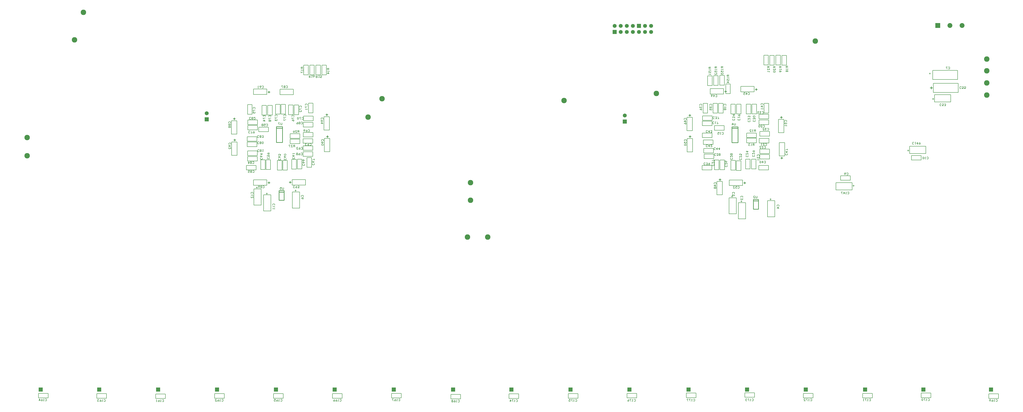
<source format=gbr>
*
G04 Mass Parameters ***
*
G04 Image ***
*
%INTDC_16SSB.GBR*%
%ICAS*%
%MOIN*%
%IPPOS*%
%ASAXBY*%
G74*%FSLAN2X34Y34*%
*
G04 Aperture Definitions ***
*
%ADD10C,0.2000*%
%ADD11C,0.5118*%
%ADD12R,0.0800X0.0800*%
%ADD13R,0.1050X0.1200*%
%ADD14R,0.0500X0.0500*%
%ADD15R,0.0790X0.0790*%
%ADD16R,0.0600X0.0800*%
%ADD17C,0.0750*%
%ADD18C,0.0700*%
%ADD19R,0.0700X0.0700*%
%ADD20C,0.0350*%
%ADD21R,0.0350X0.0350*%
%ADD22C,0.0650*%
%ADD23R,0.0600X0.0600*%
%ADD24O,0.0500X0.1500*%
%ADD25R,0.0500X0.1500*%
%ADD26C,0.0920*%
%ADD27C,0.0580*%
%ADD28C,0.0800*%
%ADD29R,0.0520X0.0500*%
%ADD30O,0.0700X0.0110*%
%ADD31R,0.0700X0.0110*%
%ADD32O,0.0110X0.0700*%
%ADD33R,0.0110X0.0700*%
%ADD34O,0.0250X0.0940*%
%ADD35R,0.0250X0.0940*%
%ADD36C,0.0600*%
%ADD37O,0.0860X0.0250*%
%ADD38R,0.0860X0.0250*%
%ADD39R,0.0866X0.1023*%
%ADD40R,0.0580X0.0580*%
%ADD41C,0.0220*%
%ADD42C,0.0300*%
%ADD43C,0.0160*%
%ADD44C,0.0080*%
%ADD45C,0.0120*%
%ADD46C,0.0220*%
%ADD47C,0.0100*%
%ADD48C,0.0150*%
%ADD49C,0.0200*%
%ADD50C,0.0500*%
%ADD51C,0.0400*%
%ADD52C,0.0220*%
%ADD53C,0.0060*%
%ADD54C,0.2000*%
%ADD55C,0.5118*%
%ADD56R,0.0800X0.0800*%
%ADD57R,0.1200X0.1050*%
%ADD58R,0.0500X0.0500*%
%ADD59R,0.0600X0.0600*%
%ADD60C,0.0750*%
%ADD61C,0.0700*%
%ADD62R,0.0700X0.0700*%
%ADD63C,0.0350*%
%ADD64R,0.0350X0.0350*%
%ADD65C,0.0650*%
%ADD66C,0.0920*%
%ADD67C,0.0580*%
%ADD68C,0.0800*%
%ADD69O,0.0650X0.0160*%
%ADD70R,0.0650X0.0160*%
%ADD71O,0.0900X0.0160*%
%ADD72R,0.0900X0.0160*%
%ADD73C,0.0600*%
%ADD74R,0.0580X0.0580*%
%ADD75C,0.0220*%
%ADD76C,0.0220*%
%ADD77C,0.0250*%
%ADD78C,0.0010*%
%ADD79C,0.0500*%
%ADD80C,0.0500*%
%ADD81R,0.1050X0.1200*%
%ADD82R,0.0790X0.0790*%
%ADD83R,0.0600X0.0800*%
%ADD84C,0.0370*%
%ADD85R,0.0370X0.0370*%
%ADD86R,0.0650X0.0650*%
%ADD87O,0.0500X0.1500*%
%ADD88R,0.0500X0.1500*%
%ADD89C,0.0620*%
%ADD90C,0.0900*%
%ADD91R,0.0520X0.0500*%
%ADD92O,0.0700X0.0110*%
%ADD93R,0.0700X0.0110*%
%ADD94O,0.0110X0.0700*%
%ADD95R,0.0110X0.0700*%
%ADD96O,0.0250X0.0940*%
%ADD97R,0.0250X0.0940*%
%ADD98O,0.0860X0.0250*%
%ADD99R,0.0860X0.0250*%
%ADD100R,0.0945X0.1102*%
%ADD101C,0.0550*%
%ADD102C,0.0550*%
%ADD103C,0.0050*%
*
G04 Plot Data ***
*
G54D47*
G01X0124032Y0054505D02*
Y0054172D01*
X0123865Y0054338D02*
X0124198D01*
X0037955Y0049502D02*
X0038288D01*
X0038122Y0049335D02*
Y0049668D01*
X0112985Y0046552D02*
X0113318D01*
X0113152Y0046385D02*
Y0046718D01*
X0112955Y0050062D02*
X0113288D01*
X0113122Y0049895D02*
Y0050228D01*
X0117895Y0039472D02*
X0118228D01*
X0118062Y0039305D02*
Y0039638D01*
X0037995Y0046002D02*
X0038328D01*
X0038162Y0045835D02*
Y0046168D01*
X0053265Y0046572D02*
X0053598D01*
X0053432Y0046405D02*
Y0046738D01*
X0053175Y0050142D02*
X0053508D01*
X0053342Y0049975D02*
Y0050308D01*
X0043812Y0054065D02*
Y0053732D01*
X0043645Y0053898D02*
X0043978D01*
X0043812Y0039115D02*
Y0038782D01*
X0043645Y0038948D02*
X0043978D01*
X0128015Y0049732D02*
X0128348D01*
X0128182Y0049565D02*
Y0049898D01*
X0128415Y0043018D02*
X0128082D01*
X0128248Y0043185D02*
Y0042852D01*
X0152870Y0054380D02*
Y0054780D01*
X0153070Y0054580D02*
X0152670D01*
X0119012Y0054145D02*
Y0053812D01*
X0118845Y0053978D02*
X0119178D01*
X0047318Y0038865D02*
Y0039198D01*
X0047485Y0039032D02*
X0047152D01*
X0122152Y0039085D02*
Y0038752D01*
X0121985Y0038918D02*
X0122318D01*
X0045045Y0048175D02*
X0046045D01*
Y0045575D01*
X0045045D01*
Y0048175D01*
X0045995Y0047925D02*
X0045095D01*
X0120030Y0048170D02*
X0121030D01*
Y0045570D01*
X0120030D01*
Y0048170D01*
X0120980Y0047920D02*
X0120080D01*
X0046260Y0037390D02*
X0045510D01*
Y0037640D02*
X0046310D01*
Y0036040D01*
X0045460D01*
Y0037640D01*
X0045510D01*
X0124370Y0035950D02*
X0123620D01*
Y0036200D02*
X0124420D01*
Y0034600D01*
X0123570D01*
Y0036200D01*
X0123620D01*
G54D53*
G01X0140070Y0038592D02*
Y0038326D01*
X0139937Y0038459D02*
X0140203D01*
X0041717Y0038140D02*
X0041984D01*
X0041851Y0038007D02*
Y0038273D01*
X0123020Y0047343D02*
X0123242D01*
X0123020Y0047565D01*
Y0047620D01*
X0123048Y0047676D01*
X0123215D01*
X0123242Y0047620D01*
X0123390Y0047343D02*
X0123501D01*
X0123446D02*
Y0047676D01*
X0123501Y0047620D01*
X0123788Y0047509D02*
X0123704Y0047343D01*
X0123927Y0047509D02*
X0123760D01*
X0123704Y0047565D01*
Y0047620D01*
X0123760Y0047676D01*
X0123927D01*
Y0047343D01*
X0123022Y0045098D02*
X0122967Y0045043D01*
X0122856D01*
X0122800Y0045098D01*
Y0045154D01*
X0122911Y0045265D01*
X0122800Y0045376D01*
X0123022D01*
X0123170Y0045043D02*
X0123281D01*
X0123226D02*
Y0045376D01*
X0123281Y0045320D01*
X0123568Y0045209D02*
X0123484Y0045043D01*
X0123707Y0045209D02*
X0123540D01*
X0123484Y0045265D01*
Y0045320D01*
X0123540Y0045376D01*
X0123707D01*
Y0045043D01*
X0047999Y0047389D02*
X0047832D01*
X0047804Y0047334D01*
Y0047278D01*
X0047832Y0047223D01*
X0047999D01*
X0048027Y0047278D01*
Y0047334D01*
X0047916Y0047556D01*
X0048174Y0047223D02*
X0048397D01*
X0048174Y0047445D01*
Y0047500D01*
X0048202Y0047556D01*
X0048369D01*
X0048397Y0047500D01*
X0048628Y0047389D02*
X0048544Y0047223D01*
X0048767Y0047389D02*
X0048600D01*
X0048544Y0047445D01*
Y0047500D01*
X0048600Y0047556D01*
X0048767D01*
Y0047223D01*
X0047261Y0044833D02*
X0047094Y0045166D01*
X0047317D01*
X0047464Y0044833D02*
X0047687D01*
X0047464Y0045055D01*
Y0045110D01*
X0047492Y0045166D01*
X0047659D01*
X0047687Y0045110D01*
X0047918Y0044999D02*
X0047834Y0044833D01*
X0048057Y0044999D02*
X0047890D01*
X0047834Y0045055D01*
Y0045110D01*
X0047890Y0045166D01*
X0048057D01*
Y0044833D01*
X0153170Y0052627D02*
Y0052894D01*
X0153303Y0052761D02*
X0153037D01*
X0155033Y0051892D02*
X0155089Y0051947D01*
X0155200D01*
X0155255Y0051892D01*
Y0051836D01*
X0155144Y0051725D01*
X0155255Y0051614D01*
X0155033D01*
X0154663Y0051892D02*
X0154691Y0051947D01*
X0154858D01*
X0154885Y0051892D01*
Y0051781D01*
X0154830Y0051725D01*
X0154663D01*
Y0051614D01*
X0154885D01*
X0154515Y0051892D02*
X0154488Y0051947D01*
X0154321D01*
X0154293Y0051892D01*
Y0051669D01*
X0154321Y0051614D01*
X0154488D01*
X0154515Y0051669D01*
X0121467Y0035890D02*
X0121734D01*
X0121601Y0035757D02*
Y0036023D01*
X0121792Y0036367D02*
X0121847Y0036311D01*
Y0036200D01*
X0121792Y0036144D01*
X0121736D01*
X0121625Y0036256D01*
X0121514Y0036144D01*
Y0036367D01*
X0121792Y0036514D02*
X0121847Y0036542D01*
Y0036709D01*
X0121792Y0036737D01*
X0121569D01*
X0121514Y0036709D01*
Y0036542D01*
X0121569Y0036514D01*
X0126267Y0036210D02*
X0126534D01*
X0126401Y0036077D02*
Y0036343D01*
X0127696Y0034684D02*
Y0034907D01*
X0127474Y0034796D01*
Y0034740D01*
X0127807D01*
X0127752Y0035054D02*
X0127807Y0035082D01*
Y0035249D01*
X0127752Y0035277D01*
X0127529D01*
X0127474Y0035249D01*
Y0035082D01*
X0127529Y0035054D01*
X0042693Y0046652D02*
X0042749Y0046707D01*
X0042860D01*
X0042915Y0046652D01*
Y0046596D01*
X0042804Y0046485D01*
X0042915Y0046374D01*
X0042693D01*
X0042518Y0046541D02*
X0042545Y0046485D01*
Y0046429D01*
X0042518Y0046374D01*
X0042351D01*
X0042323Y0046429D01*
Y0046485D01*
X0042351Y0046541D01*
X0042518D01*
X0042545Y0046596D01*
Y0046652D01*
X0042518Y0046707D01*
X0042351D01*
X0042323Y0046652D01*
Y0046596D01*
X0042351Y0046541D01*
X0042175Y0046652D02*
X0042148Y0046707D01*
X0041981D01*
X0041953Y0046652D01*
Y0046429D01*
X0041981Y0046374D01*
X0042148D01*
X0042175Y0046429D01*
X0042777Y0045697D02*
X0042721Y0045642D01*
X0042693Y0045586D01*
Y0045475D01*
X0042721Y0045419D01*
X0042777Y0045364D01*
X0042832D01*
X0042888Y0045419D01*
X0042915Y0045475D01*
Y0045586D01*
X0042888Y0045642D01*
X0042832Y0045697D01*
X0042777D01*
X0042518Y0045531D02*
X0042545Y0045475D01*
Y0045419D01*
X0042518Y0045364D01*
X0042351D01*
X0042323Y0045419D01*
Y0045475D01*
X0042351Y0045531D01*
X0042518D01*
X0042545Y0045586D01*
Y0045642D01*
X0042518Y0045697D01*
X0042351D01*
X0042323Y0045642D01*
Y0045586D01*
X0042351Y0045531D01*
X0042175Y0045642D02*
X0042148Y0045697D01*
X0041981D01*
X0041953Y0045642D01*
Y0045419D01*
X0041981Y0045364D01*
X0042148D01*
X0042175Y0045419D01*
X0041398Y0047281D02*
X0041231D01*
X0041203Y0047225D01*
Y0047169D01*
X0041231Y0047114D01*
X0041398D01*
X0041425Y0047169D01*
Y0047225D01*
X0041314Y0047447D01*
X0040889D02*
X0041055Y0047114D01*
X0040833D01*
X0040685Y0047392D02*
X0040658Y0047447D01*
X0040491D01*
X0040463Y0047392D01*
Y0047169D01*
X0040491Y0047114D01*
X0040658D01*
X0040685Y0047169D01*
X0041565Y0049737D02*
X0041343D01*
X0041565Y0049515D01*
Y0049459D01*
X0041538Y0049404D01*
X0041371D01*
X0041343Y0049459D01*
X0041168Y0049571D02*
X0041195Y0049515D01*
Y0049459D01*
X0041168Y0049404D01*
X0041001D01*
X0040973Y0049459D01*
Y0049515D01*
X0041001Y0049571D01*
X0041168D01*
X0041195Y0049626D01*
Y0049682D01*
X0041168Y0049737D01*
X0041001D01*
X0040973Y0049682D01*
Y0049626D01*
X0041001Y0049571D01*
X0040825Y0049682D02*
X0040798Y0049737D01*
X0040631D01*
X0040603Y0049682D01*
Y0049459D01*
X0040631Y0049404D01*
X0040798D01*
X0040825Y0049459D01*
X0042890Y0044397D02*
X0042779D01*
X0042834D02*
Y0044064D01*
X0042779Y0044119D01*
X0042548Y0044231D02*
X0042575Y0044175D01*
Y0044119D01*
X0042548Y0044064D01*
X0042381D01*
X0042353Y0044119D01*
Y0044175D01*
X0042381Y0044231D01*
X0042548D01*
X0042575Y0044286D01*
Y0044342D01*
X0042548Y0044397D01*
X0042381D01*
X0042353Y0044342D01*
Y0044286D01*
X0042381Y0044231D01*
X0042205Y0044342D02*
X0042178Y0044397D01*
X0042011D01*
X0041983Y0044342D01*
Y0044119D01*
X0042011Y0044064D01*
X0042178D01*
X0042205Y0044119D01*
X0043971Y0049072D02*
X0043915Y0049044D01*
X0043859D01*
X0043804Y0049072D01*
Y0049239D01*
X0043859Y0049267D01*
X0043915D01*
X0043971Y0049239D01*
Y0049072D01*
X0044026Y0049044D01*
X0044082D01*
X0044137Y0049072D01*
Y0049239D01*
X0044082Y0049267D01*
X0044026D01*
X0043971Y0049239D01*
X0044137Y0049581D02*
X0043804Y0049414D01*
Y0049637D01*
X0044082Y0049784D02*
X0044137Y0049812D01*
Y0049979D01*
X0044082Y0050007D01*
X0043859D01*
X0043804Y0049979D01*
Y0049812D01*
X0043859Y0049784D01*
X0043096Y0049072D02*
Y0049294D01*
X0042874Y0049183D01*
Y0049128D01*
X0043207D01*
Y0049609D02*
X0042874Y0049442D01*
Y0049664D01*
X0043152Y0049812D02*
X0043207Y0049840D01*
Y0050006D01*
X0043152Y0050034D01*
X0042929D01*
X0042874Y0050006D01*
Y0049840D01*
X0042929Y0049812D01*
X0046617Y0049351D02*
X0046284Y0049184D01*
Y0049407D01*
X0046617Y0049721D02*
X0046284Y0049554D01*
Y0049777D01*
X0046562Y0049924D02*
X0046617Y0049952D01*
Y0050119D01*
X0046562Y0050147D01*
X0046339D01*
X0046284Y0050119D01*
Y0049952D01*
X0046339Y0049924D01*
X0045102Y0049387D02*
X0045157Y0049331D01*
Y0049220D01*
X0045102Y0049164D01*
X0045046D01*
X0044935Y0049276D01*
X0044824Y0049164D01*
Y0049387D01*
X0045157Y0049701D02*
X0044824Y0049534D01*
Y0049757D01*
X0045102Y0049904D02*
X0045157Y0049932D01*
Y0050099D01*
X0045102Y0050127D01*
X0044879D01*
X0044824Y0050099D01*
Y0049932D01*
X0044879Y0049904D01*
X0047761Y0049279D02*
Y0049112D01*
X0047816Y0049084D01*
X0047872D01*
X0047927Y0049112D01*
Y0049279D01*
X0047872Y0049307D01*
X0047816D01*
X0047594Y0049196D01*
X0047927Y0049621D02*
X0047594Y0049454D01*
Y0049677D01*
X0047872Y0049824D02*
X0047927Y0049852D01*
Y0050019D01*
X0047872Y0050047D01*
X0047649D01*
X0047594Y0050019D01*
Y0049852D01*
X0047649Y0049824D01*
X0049187Y0050624D02*
Y0050847D01*
X0048965Y0050624D01*
X0048909D01*
X0048854Y0050652D01*
Y0050819D01*
X0048909Y0050847D01*
X0049187Y0051161D02*
X0048854Y0050994D01*
Y0051217D01*
X0049132Y0051364D02*
X0049187Y0051392D01*
Y0051559D01*
X0049132Y0051587D01*
X0048909D01*
X0048854Y0051559D01*
Y0051392D01*
X0048909Y0051364D01*
X0048633Y0049393D02*
X0048689Y0049448D01*
X0048717Y0049504D01*
Y0049615D01*
X0048689Y0049670D01*
X0048633Y0049726D01*
X0048578D01*
X0048522Y0049670D01*
X0048494Y0049615D01*
Y0049504D01*
X0048522Y0049448D01*
X0048578Y0049393D01*
X0048633D01*
X0049031D02*
X0048864Y0049726D01*
X0049087D01*
X0049234Y0049448D02*
X0049262Y0049393D01*
X0049429D01*
X0049457Y0049448D01*
Y0049670D01*
X0049429Y0049726D01*
X0049262D01*
X0049234Y0049670D01*
X0048372Y0043679D02*
X0048344Y0043735D01*
Y0043790D01*
X0048372Y0043846D01*
X0048539D01*
X0048567Y0043790D01*
Y0043735D01*
X0048539Y0043679D01*
X0048372D01*
X0048344Y0043624D01*
Y0043568D01*
X0048372Y0043513D01*
X0048539D01*
X0048567Y0043568D01*
Y0043624D01*
X0048539Y0043679D01*
X0048909D02*
X0048742D01*
X0048714Y0043624D01*
Y0043568D01*
X0048742Y0043513D01*
X0048909D01*
X0048937Y0043568D01*
Y0043624D01*
X0048826Y0043846D01*
X0049084Y0043568D02*
X0049112Y0043513D01*
X0049279D01*
X0049307Y0043568D01*
Y0043790D01*
X0049279Y0043846D01*
X0049112D01*
X0049084Y0043790D01*
X0048364Y0044443D02*
X0048587D01*
X0048364Y0044665D01*
Y0044720D01*
X0048392Y0044776D01*
X0048559D01*
X0048587Y0044720D01*
X0048929Y0044609D02*
X0048762D01*
X0048734Y0044554D01*
Y0044498D01*
X0048762Y0044443D01*
X0048929D01*
X0048957Y0044498D01*
Y0044554D01*
X0048846Y0044776D01*
X0049104Y0044498D02*
X0049132Y0044443D01*
X0049299D01*
X0049327Y0044498D01*
Y0044720D01*
X0049299Y0044776D01*
X0049132D01*
X0049104Y0044720D01*
X0120264Y0038033D02*
X0120487D01*
X0120264Y0038255D01*
Y0038310D01*
X0120292Y0038366D01*
X0120459D01*
X0120487Y0038310D01*
X0120857Y0038088D02*
X0120829Y0038033D01*
X0120662D01*
X0120634Y0038088D01*
Y0038199D01*
X0120690Y0038255D01*
X0120857D01*
Y0038366D01*
X0120634D01*
X0121004Y0038088D02*
X0121032Y0038033D01*
X0121199D01*
X0121227Y0038088D01*
Y0038310D01*
X0121199Y0038366D01*
X0121032D01*
X0121004Y0038310D01*
X0040618Y0040671D02*
X0040590Y0040615D01*
X0040423D01*
X0040395Y0040671D01*
Y0040782D01*
X0040451Y0040837D01*
X0040618D01*
Y0040948D01*
X0040395D01*
X0040793Y0040782D02*
X0040765Y0040837D01*
Y0040893D01*
X0040793Y0040948D01*
X0040960D01*
X0040988Y0040893D01*
Y0040837D01*
X0040960Y0040782D01*
X0040793D01*
X0040765Y0040726D01*
Y0040671D01*
X0040793Y0040615D01*
X0040960D01*
X0040988Y0040671D01*
Y0040726D01*
X0040960Y0040782D01*
X0041135Y0040671D02*
X0041163Y0040615D01*
X0041330D01*
X0041358Y0040671D01*
Y0040893D01*
X0041330Y0040948D01*
X0041163D01*
X0041135Y0040893D01*
X0050963Y0042699D02*
X0051296Y0042865D01*
Y0042643D01*
X0051129Y0042301D02*
Y0042468D01*
X0051074Y0042495D01*
X0051018D01*
X0050963Y0042468D01*
Y0042301D01*
X0051018Y0042273D01*
X0051074D01*
X0051296Y0042384D01*
X0051018Y0042125D02*
X0050963Y0042098D01*
Y0041931D01*
X0051018Y0041903D01*
X0051240D01*
X0051296Y0041931D01*
Y0042098D01*
X0051240Y0042125D01*
X0047723Y0043800D02*
Y0043689D01*
Y0043744D02*
X0048056D01*
X0048000Y0043689D01*
X0047889Y0043291D02*
Y0043458D01*
X0047834Y0043485D01*
X0047778D01*
X0047723Y0043458D01*
Y0043291D01*
X0047778Y0043263D01*
X0047834D01*
X0048056Y0043374D01*
X0047778Y0043115D02*
X0047723Y0043088D01*
Y0042921D01*
X0047778Y0042893D01*
X0048000D01*
X0048056Y0042921D01*
Y0043088D01*
X0048000Y0043115D01*
X0046323Y0043547D02*
X0046378Y0043491D01*
X0046434Y0043463D01*
X0046545D01*
X0046600Y0043491D01*
X0046656Y0043547D01*
Y0043602D01*
X0046600Y0043658D01*
X0046545Y0043685D01*
X0046434D01*
X0046378Y0043658D01*
X0046323Y0043602D01*
Y0043547D01*
X0046489Y0043121D02*
Y0043288D01*
X0046434Y0043315D01*
X0046378D01*
X0046323Y0043288D01*
Y0043121D01*
X0046378Y0043093D01*
X0046434D01*
X0046656Y0043204D01*
X0046378Y0042945D02*
X0046323Y0042918D01*
Y0042751D01*
X0046378Y0042723D01*
X0046600D01*
X0046656Y0042751D01*
Y0042918D01*
X0046600Y0042945D01*
X0045468Y0043443D02*
X0045413Y0043471D01*
Y0043638D01*
X0045468Y0043665D01*
X0045579D01*
X0045635Y0043610D01*
Y0043443D01*
X0045746D01*
Y0043665D01*
X0045579Y0043101D02*
Y0043268D01*
X0045524Y0043295D01*
X0045468D01*
X0045413Y0043268D01*
Y0043101D01*
X0045468Y0043073D01*
X0045524D01*
X0045746Y0043184D01*
X0045468Y0042925D02*
X0045413Y0042898D01*
Y0042731D01*
X0045468Y0042703D01*
X0045690D01*
X0045746Y0042731D01*
Y0042898D01*
X0045690Y0042925D01*
X0042514Y0043765D02*
Y0043543D01*
X0042736Y0043654D01*
Y0043710D01*
X0042403D01*
X0042569Y0043201D02*
Y0043368D01*
X0042514Y0043395D01*
X0042458D01*
X0042403Y0043368D01*
Y0043201D01*
X0042458Y0043173D01*
X0042514D01*
X0042736Y0043284D01*
X0042458Y0043025D02*
X0042403Y0042998D01*
Y0042831D01*
X0042458Y0042803D01*
X0042680D01*
X0042736Y0042831D01*
Y0042998D01*
X0042680Y0043025D01*
X0043719Y0043828D02*
Y0043661D01*
X0043775Y0043633D01*
X0043830D01*
X0043886Y0043661D01*
Y0043828D01*
X0043830Y0043855D01*
X0043775D01*
X0043553Y0043744D01*
X0043608Y0043263D02*
X0043553Y0043291D01*
Y0043458D01*
X0043608Y0043485D01*
X0043719D01*
X0043775Y0043430D01*
Y0043263D01*
X0043886D01*
Y0043485D01*
X0043608Y0043115D02*
X0043553Y0043088D01*
Y0042921D01*
X0043608Y0042893D01*
X0043830D01*
X0043886Y0042921D01*
Y0043088D01*
X0043830Y0043115D01*
X0042662Y0048469D02*
X0042634Y0048525D01*
Y0048580D01*
X0042662Y0048636D01*
X0042829D01*
X0042857Y0048580D01*
Y0048525D01*
X0042829Y0048469D01*
X0042662D01*
X0042634Y0048414D01*
Y0048358D01*
X0042662Y0048303D01*
X0042829D01*
X0042857Y0048358D01*
Y0048414D01*
X0042829Y0048469D01*
X0043227Y0048358D02*
X0043199Y0048303D01*
X0043032D01*
X0043004Y0048358D01*
Y0048469D01*
X0043060Y0048525D01*
X0043227D01*
Y0048636D01*
X0043004D01*
X0043374Y0048358D02*
X0043402Y0048303D01*
X0043569D01*
X0043597Y0048358D01*
Y0048580D01*
X0043569Y0048636D01*
X0043402D01*
X0043374Y0048580D01*
X0117749Y0049807D02*
X0117915Y0049474D01*
X0117693D01*
X0117323Y0049752D02*
X0117379Y0049807D01*
X0117490D01*
X0117545Y0049752D01*
Y0049696D01*
X0117434Y0049585D01*
X0117545Y0049474D01*
X0117323D01*
X0117175Y0049752D02*
X0117148Y0049807D01*
X0116981D01*
X0116953Y0049752D01*
Y0049529D01*
X0116981Y0049474D01*
X0117148D01*
X0117175Y0049529D01*
X0116553Y0047502D02*
X0116609Y0047557D01*
X0116720D01*
X0116775Y0047502D01*
Y0047446D01*
X0116664Y0047335D01*
X0116775Y0047224D01*
X0116553D01*
X0116405Y0047446D02*
X0116183D01*
X0116294Y0047224D01*
X0116350D01*
Y0047557D01*
X0116035Y0047502D02*
X0116008Y0047557D01*
X0115841D01*
X0115813Y0047502D01*
Y0047279D01*
X0115841Y0047224D01*
X0116008D01*
X0116035Y0047279D01*
X0125167Y0051080D02*
Y0051191D01*
Y0051136D02*
X0124834D01*
X0124889Y0051191D01*
X0125056Y0051394D02*
Y0051617D01*
X0124834Y0051506D01*
Y0051450D01*
X0125167D01*
X0125112Y0051764D02*
X0125167Y0051792D01*
Y0051959D01*
X0125112Y0051987D01*
X0124889D01*
X0124834Y0051959D01*
Y0051792D01*
X0124889Y0051764D01*
X0116775Y0045187D02*
X0116553D01*
X0116775Y0044965D01*
Y0044909D01*
X0116748Y0044854D01*
X0116581D01*
X0116553Y0044909D01*
X0116405Y0045076D02*
X0116183D01*
X0116294Y0044854D01*
X0116350D01*
Y0045187D01*
X0116035Y0045132D02*
X0116008Y0045187D01*
X0115841D01*
X0115813Y0045132D01*
Y0044909D01*
X0115841Y0044854D01*
X0116008D01*
X0116035Y0044909D01*
X0117942Y0046968D02*
X0117915Y0046913D01*
X0117748D01*
X0117720Y0046968D01*
Y0047079D01*
X0117776Y0047135D01*
X0117942D01*
Y0047246D01*
X0117720D01*
X0118090Y0046913D02*
X0118201D01*
X0118146D02*
Y0047246D01*
X0118201Y0047190D01*
X0118404Y0046968D02*
X0118432Y0046913D01*
X0118599D01*
X0118627Y0046968D01*
Y0047190D01*
X0118599Y0047246D01*
X0118432D01*
X0118404Y0047190D01*
X0120276Y0050204D02*
Y0049982D01*
X0120498Y0050093D01*
Y0050149D01*
X0120165D01*
X0120221Y0049612D02*
X0120165Y0049668D01*
Y0049779D01*
X0120221Y0049834D01*
X0120276D01*
X0120387Y0049723D01*
X0120498Y0049834D01*
Y0049612D01*
X0120221Y0049464D02*
X0120165Y0049437D01*
Y0049270D01*
X0120221Y0049242D01*
X0120443D01*
X0120498Y0049270D01*
Y0049437D01*
X0120443Y0049464D01*
X0123599Y0044208D02*
Y0044041D01*
X0123655Y0044013D01*
X0123710D01*
X0123766Y0044041D01*
Y0044208D01*
X0123710Y0044235D01*
X0123655D01*
X0123433Y0044124D01*
Y0043865D02*
Y0043643D01*
X0123655Y0043865D01*
X0123710D01*
X0123766Y0043838D01*
Y0043671D01*
X0123710Y0043643D01*
X0123488Y0043495D02*
X0123433Y0043468D01*
Y0043301D01*
X0123488Y0043273D01*
X0123710D01*
X0123766Y0043301D01*
Y0043468D01*
X0123710Y0043495D01*
X0054625Y0003099D02*
X0054458D01*
X0054430Y0003044D01*
Y0002988D01*
X0054458Y0002933D01*
X0054625D01*
X0054652Y0002988D01*
Y0003044D01*
X0054541Y0003266D01*
X0054995Y0003099D02*
X0054828D01*
X0054800Y0003044D01*
Y0002988D01*
X0054828Y0002933D01*
X0054995D01*
X0055022Y0002988D01*
Y0003044D01*
X0054911Y0003266D01*
X0055170Y0002933D02*
X0055281D01*
X0055226D02*
Y0003266D01*
X0055281Y0003210D01*
X0055484Y0002988D02*
X0055512Y0002933D01*
X0055679D01*
X0055707Y0002988D01*
Y0003210D01*
X0055679Y0003266D01*
X0055512D01*
X0055484Y0003210D01*
X0112537Y0045213D02*
X0112482Y0045269D01*
X0112426Y0045297D01*
X0112315D01*
X0112259Y0045269D01*
X0112204Y0045213D01*
Y0045158D01*
X0112259Y0045102D01*
X0112315Y0045074D01*
X0112426D01*
X0112482Y0045102D01*
X0112537Y0045158D01*
Y0045213D01*
X0112482Y0045667D02*
X0112537Y0045639D01*
Y0045472D01*
X0112482Y0045444D01*
X0112371D01*
X0112315Y0045500D01*
Y0045667D01*
X0112204D01*
Y0045444D01*
X0112482Y0045814D02*
X0112537Y0045842D01*
Y0046009D01*
X0112482Y0046037D01*
X0112259D01*
X0112204Y0046009D01*
Y0045842D01*
X0112259Y0045814D01*
X0053636Y0056890D02*
Y0057112D01*
X0053414Y0057001D01*
Y0056946D01*
X0053747D01*
Y0057260D02*
Y0057371D01*
Y0057316D02*
X0053414D01*
X0053469Y0057371D01*
X0053581Y0057658D02*
X0053747Y0057574D01*
X0053581Y0057797D02*
Y0057630D01*
X0053525Y0057574D01*
X0053469D01*
X0053414Y0057630D01*
Y0057797D01*
X0053747D01*
X0052268Y0056550D02*
X0052296Y0056606D01*
X0052463D01*
X0052491Y0056550D01*
Y0056439D01*
X0052435Y0056383D01*
X0052268D01*
Y0056272D01*
X0052491D01*
X0052121Y0056606D02*
X0052009D01*
X0052065D02*
Y0056272D01*
X0052009Y0056328D01*
X0051723Y0056439D02*
X0051806Y0056606D01*
X0051584Y0056439D02*
X0051751D01*
X0051806Y0056383D01*
Y0056328D01*
X0051751Y0056272D01*
X0051584D01*
Y0056606D01*
X0151600Y0042855D02*
X0151656Y0042911D01*
X0151683Y0042966D01*
Y0043077D01*
X0151656Y0043133D01*
X0151600Y0043188D01*
X0151544D01*
X0151489Y0043133D01*
X0151461Y0043077D01*
Y0042966D01*
X0151489Y0042911D01*
X0151544Y0042855D01*
X0151600D01*
X0151831D02*
X0151942D01*
X0151887D02*
Y0043188D01*
X0151942Y0043133D01*
X0152145Y0042911D02*
X0152173Y0042855D01*
X0152340D01*
X0152368Y0042911D01*
Y0043133D01*
X0152340Y0043188D01*
X0152173D01*
X0152145Y0043133D01*
X0138207Y0037073D02*
X0138040Y0037406D01*
X0138262D01*
X0138410Y0037184D02*
X0138632D01*
X0138521Y0037406D01*
X0138466D01*
Y0037073D01*
X0138780D02*
X0138891D01*
X0138836D02*
Y0037406D01*
X0138891Y0037350D01*
X0139094Y0037128D02*
X0139122Y0037073D01*
X0139289D01*
X0139317Y0037128D01*
Y0037350D01*
X0139289Y0037406D01*
X0139122D01*
X0139094Y0037350D01*
X0052616Y0048664D02*
Y0048887D01*
X0052394Y0048776D01*
Y0048720D01*
X0052727D01*
X0052561Y0049062D02*
Y0049229D01*
X0052505Y0049257D01*
X0052449D01*
X0052394Y0049229D01*
Y0049062D01*
X0052449Y0049034D01*
X0052505D01*
X0052727Y0049146D01*
X0052672Y0049404D02*
X0052727Y0049432D01*
Y0049599D01*
X0052672Y0049627D01*
X0052449D01*
X0052394Y0049599D01*
Y0049432D01*
X0052449Y0049404D01*
X0048057Y0037640D02*
X0048324D01*
X0048191Y0037507D02*
Y0037773D01*
X0049321Y0036449D02*
Y0036282D01*
X0049376Y0036254D01*
X0049432D01*
X0049487Y0036282D01*
Y0036449D01*
X0049432Y0036477D01*
X0049376D01*
X0049154Y0036366D01*
X0049432Y0036624D02*
X0049487Y0036652D01*
Y0036819D01*
X0049432Y0036847D01*
X0049209D01*
X0049154Y0036819D01*
Y0036652D01*
X0049209Y0036624D01*
X0042112Y0038259D02*
X0042279D01*
X0042307Y0038315D01*
Y0038370D01*
X0042279Y0038426D01*
X0042112D01*
X0042084Y0038370D01*
Y0038315D01*
X0042196Y0038093D01*
X0042482Y0038259D02*
X0042454Y0038315D01*
Y0038370D01*
X0042482Y0038426D01*
X0042649D01*
X0042677Y0038370D01*
Y0038315D01*
X0042649Y0038259D01*
X0042482D01*
X0042454Y0038204D01*
Y0038148D01*
X0042482Y0038093D01*
X0042649D01*
X0042677Y0038148D01*
Y0038204D01*
X0042649Y0038259D01*
X0042824Y0038148D02*
X0042852Y0038093D01*
X0043019D01*
X0043047Y0038148D01*
Y0038370D01*
X0043019Y0038426D01*
X0042852D01*
X0042824Y0038370D01*
X0043327Y0037170D02*
X0043594D01*
X0043461Y0037037D02*
Y0037303D01*
X0064277Y0002983D02*
X0064110Y0003316D01*
X0064332D01*
X0064675Y0003149D02*
X0064508D01*
X0064480Y0003094D01*
Y0003038D01*
X0064508Y0002983D01*
X0064675D01*
X0064702Y0003038D01*
Y0003094D01*
X0064591Y0003316D01*
X0064850Y0002983D02*
X0064961D01*
X0064906D02*
Y0003316D01*
X0064961Y0003260D01*
X0065164Y0003038D02*
X0065192Y0002983D01*
X0065359D01*
X0065387Y0003038D01*
Y0003260D01*
X0065359Y0003316D01*
X0065192D01*
X0065164Y0003260D01*
X0124763Y0042193D02*
X0124819Y0042248D01*
X0124847Y0042304D01*
Y0042415D01*
X0124819Y0042470D01*
X0124763Y0042526D01*
X0124708D01*
X0124652Y0042470D01*
X0124624Y0042415D01*
Y0042304D01*
X0124652Y0042248D01*
X0124708Y0042193D01*
X0124763D01*
X0124994Y0042304D02*
X0125217D01*
X0125106Y0042526D01*
X0125050D01*
Y0042193D01*
X0125364Y0042248D02*
X0125392Y0042193D01*
X0125559D01*
X0125587Y0042248D01*
Y0042470D01*
X0125559Y0042526D01*
X0125392D01*
X0125364Y0042470D01*
X0116368Y0042071D02*
X0116201D01*
X0116173Y0042015D01*
Y0041959D01*
X0116201Y0041904D01*
X0116368D01*
X0116395Y0041959D01*
Y0042015D01*
X0116284Y0042237D01*
X0115803Y0042182D02*
X0115859Y0042237D01*
X0115970D01*
X0116025Y0042182D01*
Y0042126D01*
X0115914Y0042015D01*
X0116025Y0041904D01*
X0115803D01*
X0115655Y0042182D02*
X0115628Y0042237D01*
X0115461D01*
X0115433Y0042182D01*
Y0041959D01*
X0115461Y0041904D01*
X0115628D01*
X0115655Y0041959D01*
X0121222Y0050121D02*
Y0049954D01*
X0121277Y0049927D01*
X0121333D01*
X0121388Y0049954D01*
Y0050121D01*
X0121333Y0050149D01*
X0121277D01*
X0121055Y0050038D01*
Y0049779D02*
Y0049668D01*
Y0049723D02*
X0121388D01*
X0121333Y0049668D01*
X0121111Y0049464D02*
X0121055Y0049437D01*
Y0049270D01*
X0121111Y0049242D01*
X0121333D01*
X0121388Y0049270D01*
Y0049437D01*
X0121333Y0049464D01*
X0125144Y0047593D02*
X0125367D01*
X0125144Y0047815D01*
Y0047870D01*
X0125172Y0047926D01*
X0125339D01*
X0125367Y0047870D01*
X0125737Y0047648D02*
X0125681Y0047593D01*
X0125570D01*
X0125514Y0047648D01*
Y0047704D01*
X0125626Y0047815D01*
X0125514Y0047926D01*
X0125737D01*
X0125884Y0047648D02*
X0125912Y0047593D01*
X0126079D01*
X0126107Y0047648D01*
Y0047870D01*
X0126079Y0047926D01*
X0125912D01*
X0125884Y0047870D01*
X0119959Y0043718D02*
X0120015Y0043745D01*
X0120070D01*
X0120126Y0043718D01*
Y0043551D01*
X0120070Y0043523D01*
X0120015D01*
X0119959Y0043551D01*
Y0043718D01*
X0119904Y0043745D01*
X0119848D01*
X0119793Y0043718D01*
Y0043551D01*
X0119848Y0043523D01*
X0119904D01*
X0119959Y0043551D01*
X0119793Y0043375D02*
Y0043153D01*
X0120015Y0043375D01*
X0120070D01*
X0120126Y0043348D01*
Y0043181D01*
X0120070Y0043153D01*
X0119848Y0043005D02*
X0119793Y0042978D01*
Y0042811D01*
X0119848Y0042783D01*
X0120070D01*
X0120126Y0042811D01*
Y0042978D01*
X0120070Y0043005D01*
X0122751Y0049742D02*
X0122695Y0049798D01*
Y0049909D01*
X0122751Y0049964D01*
X0122806D01*
X0122917Y0049853D01*
X0123028Y0049964D01*
Y0049742D01*
X0122695Y0049594D02*
Y0049372D01*
X0122917Y0049594D01*
X0122973D01*
X0123028Y0049567D01*
Y0049400D01*
X0122973Y0049372D01*
X0122751Y0049224D02*
X0122695Y0049197D01*
Y0049030D01*
X0122751Y0049002D01*
X0122973D01*
X0123028Y0049030D01*
Y0049197D01*
X0122973Y0049224D01*
X0121368Y0043483D02*
X0121313Y0043511D01*
Y0043678D01*
X0121368Y0043705D01*
X0121479D01*
X0121535Y0043650D01*
Y0043483D01*
X0121646D01*
Y0043705D01*
X0121313Y0043335D02*
Y0043113D01*
X0121535Y0043335D01*
X0121590D01*
X0121646Y0043308D01*
Y0043141D01*
X0121590Y0043113D01*
X0121368Y0042965D02*
X0121313Y0042938D01*
Y0042771D01*
X0121368Y0042743D01*
X0121590D01*
X0121646Y0042771D01*
Y0042938D01*
X0121590Y0042965D01*
X0119099Y0042351D02*
Y0042518D01*
X0119044Y0042545D01*
X0118988D01*
X0118933Y0042518D01*
Y0042351D01*
X0118988Y0042323D01*
X0119044D01*
X0119266Y0042434D01*
X0118933Y0042175D02*
Y0041953D01*
X0119155Y0042175D01*
X0119210D01*
X0119266Y0042148D01*
Y0041981D01*
X0119210Y0041953D01*
X0118988Y0041805D02*
X0118933Y0041778D01*
Y0041611D01*
X0118988Y0041583D01*
X0119210D01*
X0119266Y0041611D01*
Y0041778D01*
X0119210Y0041805D01*
X0123545Y0049846D02*
X0123601Y0049790D01*
X0123656Y0049762D01*
X0123767D01*
X0123823Y0049790D01*
X0123878Y0049846D01*
Y0049901D01*
X0123823Y0049957D01*
X0123767Y0049984D01*
X0123656D01*
X0123601Y0049957D01*
X0123545Y0049901D01*
Y0049846D01*
X0123601Y0049392D02*
X0123545Y0049448D01*
Y0049559D01*
X0123601Y0049614D01*
X0123656D01*
X0123767Y0049503D01*
X0123878Y0049614D01*
Y0049392D01*
X0123601Y0049244D02*
X0123545Y0049217D01*
Y0049050D01*
X0123601Y0049022D01*
X0123823D01*
X0123878Y0049050D01*
Y0049217D01*
X0123823Y0049244D01*
X0124860Y0045093D02*
X0124971D01*
X0124916D02*
Y0045426D01*
X0124971Y0045370D01*
X0125174Y0045093D02*
X0125397D01*
X0125174Y0045315D01*
Y0045370D01*
X0125202Y0045426D01*
X0125369D01*
X0125397Y0045370D01*
X0125544Y0045148D02*
X0125572Y0045093D01*
X0125739D01*
X0125767Y0045148D01*
Y0045370D01*
X0125739Y0045426D01*
X0125572D01*
X0125544Y0045370D01*
X0124573Y0048093D02*
X0124629Y0048148D01*
X0124657Y0048204D01*
Y0048315D01*
X0124629Y0048370D01*
X0124573Y0048426D01*
X0124518D01*
X0124462Y0048370D01*
X0124434Y0048315D01*
Y0048204D01*
X0124462Y0048148D01*
X0124518Y0048093D01*
X0124573D01*
X0124804D02*
X0125027D01*
X0124804Y0048315D01*
Y0048370D01*
X0124832Y0048426D01*
X0124999D01*
X0125027Y0048370D01*
X0125174Y0048148D02*
X0125202Y0048093D01*
X0125369D01*
X0125397Y0048148D01*
Y0048370D01*
X0125369Y0048426D01*
X0125202D01*
X0125174Y0048370D01*
X0122494Y0044175D02*
Y0043953D01*
X0122716Y0044064D01*
Y0044120D01*
X0122383D01*
Y0043805D02*
Y0043583D01*
X0122605Y0043805D01*
X0122660D01*
X0122716Y0043778D01*
Y0043611D01*
X0122660Y0043583D01*
X0122438Y0043435D02*
X0122383Y0043408D01*
Y0043241D01*
X0122438Y0043213D01*
X0122660D01*
X0122716Y0043241D01*
Y0043408D01*
X0122660Y0043435D01*
X0124546Y0042659D02*
Y0042770D01*
Y0042715D02*
X0124212D01*
X0124268Y0042770D01*
X0124490Y0043196D02*
X0124546Y0043140D01*
Y0043029D01*
X0124490Y0042974D01*
X0124434D01*
X0124323Y0043085D01*
X0124212Y0042974D01*
Y0043196D01*
X0124490Y0043344D02*
X0124546Y0043372D01*
Y0043538D01*
X0124490Y0043566D01*
X0124268D01*
X0124212Y0043538D01*
Y0043372D01*
X0124268Y0043344D01*
X0117613Y0048987D02*
X0117780Y0048654D01*
X0117558D01*
X0117410Y0048987D02*
X0117299D01*
X0117354D02*
Y0048654D01*
X0117299Y0048709D01*
X0117095Y0048932D02*
X0117068Y0048987D01*
X0116901D01*
X0116873Y0048932D01*
Y0048709D01*
X0116901Y0048654D01*
X0117068D01*
X0117095Y0048709D01*
X0124507Y0050368D02*
X0124451Y0050313D01*
X0124340D01*
X0124284Y0050368D01*
Y0050424D01*
X0124396Y0050535D01*
X0124284Y0050646D01*
X0124507D01*
X0124877Y0050368D02*
X0124821Y0050313D01*
X0124710D01*
X0124654Y0050368D01*
Y0050424D01*
X0124766Y0050535D01*
X0124654Y0050646D01*
X0124877D01*
X0125024Y0050368D02*
X0125052Y0050313D01*
X0125219D01*
X0125247Y0050368D01*
Y0050590D01*
X0125219Y0050646D01*
X0125052D01*
X0125024Y0050590D01*
X0040385Y0042326D02*
X0040608D01*
X0040497Y0042104D01*
X0040441D01*
Y0042437D01*
X0040783Y0042271D02*
X0040755Y0042215D01*
Y0042159D01*
X0040783Y0042104D01*
X0040950D01*
X0040978Y0042159D01*
Y0042215D01*
X0040950Y0042271D01*
X0040783D01*
X0040755Y0042326D01*
Y0042382D01*
X0040783Y0042437D01*
X0040950D01*
X0040978Y0042382D01*
Y0042326D01*
X0040950Y0042271D01*
X0041125Y0042382D02*
X0041153Y0042437D01*
X0041320D01*
X0041348Y0042382D01*
Y0042159D01*
X0041320Y0042104D01*
X0041153D01*
X0041125Y0042159D01*
X0050017Y0045148D02*
X0049961Y0045093D01*
X0049850D01*
X0049794Y0045148D01*
Y0045204D01*
X0049906Y0045315D01*
X0049794Y0045426D01*
X0050017D01*
X0050359Y0045259D02*
X0050192D01*
X0050164Y0045204D01*
Y0045148D01*
X0050192Y0045093D01*
X0050359D01*
X0050387Y0045148D01*
Y0045204D01*
X0050276Y0045426D01*
X0050534Y0045148D02*
X0050562Y0045093D01*
X0050729D01*
X0050757Y0045148D01*
Y0045370D01*
X0050729Y0045426D01*
X0050562D01*
X0050534Y0045370D01*
X0049549Y0042571D02*
Y0042738D01*
X0049494Y0042765D01*
X0049438D01*
X0049383Y0042738D01*
Y0042571D01*
X0049438Y0042543D01*
X0049494D01*
X0049716Y0042654D01*
X0049549Y0042201D02*
Y0042368D01*
X0049494Y0042395D01*
X0049438D01*
X0049383Y0042368D01*
Y0042201D01*
X0049438Y0042173D01*
X0049494D01*
X0049716Y0042284D01*
X0049438Y0042025D02*
X0049383Y0041998D01*
Y0041831D01*
X0049438Y0041803D01*
X0049660D01*
X0049716Y0041831D01*
Y0041998D01*
X0049660Y0042025D01*
X0119937Y0036700D02*
X0120204D01*
X0120071Y0036567D02*
Y0036833D01*
X0041197Y0036450D02*
Y0036672D01*
X0040975Y0036450D01*
X0040919D01*
X0040864Y0036478D01*
Y0036645D01*
X0040919Y0036672D01*
X0041197Y0036820D02*
Y0036931D01*
Y0036876D02*
X0040864D01*
X0040919Y0036931D01*
X0041142Y0037134D02*
X0041197Y0037162D01*
Y0037329D01*
X0041142Y0037357D01*
X0040919D01*
X0040864Y0037329D01*
Y0037162D01*
X0040919Y0037134D01*
X0049562Y0047519D02*
X0049729D01*
X0049757Y0047575D01*
Y0047630D01*
X0049729Y0047686D01*
X0049562D01*
X0049534Y0047630D01*
Y0047575D01*
X0049646Y0047353D01*
X0050099Y0047519D02*
X0049932D01*
X0049904Y0047464D01*
Y0047408D01*
X0049932Y0047353D01*
X0050099D01*
X0050127Y0047408D01*
Y0047464D01*
X0050016Y0047686D01*
X0050274Y0047408D02*
X0050302Y0047353D01*
X0050469D01*
X0050497Y0047408D01*
Y0047630D01*
X0050469Y0047686D01*
X0050302D01*
X0050274Y0047630D01*
X0041472Y0050607D02*
X0041527Y0050579D01*
Y0050412D01*
X0041472Y0050384D01*
X0041361D01*
X0041305Y0050440D01*
Y0050607D01*
X0041194D01*
Y0050384D01*
X0041527Y0050921D02*
X0041194Y0050754D01*
Y0050977D01*
X0041472Y0051124D02*
X0041527Y0051152D01*
Y0051319D01*
X0041472Y0051347D01*
X0041249D01*
X0041194Y0051319D01*
Y0051152D01*
X0041249Y0051124D01*
X0118075Y0044596D02*
X0117853D01*
X0117964Y0044374D01*
X0118020D01*
Y0044707D01*
X0117705Y0044596D02*
X0117483D01*
X0117594Y0044374D01*
X0117650D01*
Y0044707D01*
X0117335Y0044652D02*
X0117308Y0044707D01*
X0117141D01*
X0117113Y0044652D01*
Y0044429D01*
X0117141Y0044374D01*
X0117308D01*
X0117335Y0044429D01*
X0118901Y0050998D02*
X0118845Y0050970D01*
X0118789D01*
X0118734Y0050998D01*
Y0051165D01*
X0118789Y0051192D01*
X0118845D01*
X0118901Y0051165D01*
Y0050998D01*
X0118956Y0050970D01*
X0119012D01*
X0119067Y0050998D01*
Y0051165D01*
X0119012Y0051192D01*
X0118956D01*
X0118901Y0051165D01*
X0119067Y0051340D02*
Y0051451D01*
Y0051396D02*
X0118734D01*
X0118789Y0051451D01*
X0119012Y0051654D02*
X0119067Y0051682D01*
Y0051849D01*
X0119012Y0051877D01*
X0118789D01*
X0118734Y0051849D01*
Y0051682D01*
X0118789Y0051654D01*
X0118118Y0043591D02*
X0118145Y0043535D01*
Y0043479D01*
X0118118Y0043424D01*
X0117951D01*
X0117923Y0043479D01*
Y0043535D01*
X0117951Y0043591D01*
X0118118D01*
X0118145Y0043646D01*
Y0043702D01*
X0118118Y0043757D01*
X0117951D01*
X0117923Y0043702D01*
Y0043646D01*
X0117951Y0043591D01*
X0117553Y0043702D02*
X0117609Y0043757D01*
X0117720D01*
X0117775Y0043702D01*
Y0043646D01*
X0117664Y0043535D01*
X0117775Y0043424D01*
X0117553D01*
X0117405Y0043702D02*
X0117378Y0043757D01*
X0117211D01*
X0117183Y0043702D01*
Y0043479D01*
X0117211Y0043424D01*
X0117378D01*
X0117405Y0043479D01*
X0116672Y0051147D02*
X0116727Y0051119D01*
Y0050952D01*
X0116672Y0050924D01*
X0116561D01*
X0116505Y0050980D01*
Y0051147D01*
X0116394D01*
Y0050924D01*
X0116672Y0051517D02*
X0116727Y0051461D01*
Y0051350D01*
X0116672Y0051294D01*
X0116616D01*
X0116505Y0051406D01*
X0116394Y0051294D01*
Y0051517D01*
X0116672Y0051664D02*
X0116727Y0051692D01*
Y0051859D01*
X0116672Y0051887D01*
X0116449D01*
X0116394Y0051859D01*
Y0051692D01*
X0116449Y0051664D01*
X0124624Y0044623D02*
X0124847D01*
X0124624Y0044845D01*
Y0044900D01*
X0124652Y0044956D01*
X0124819D01*
X0124847Y0044900D01*
X0124994Y0044623D02*
X0125217D01*
X0124994Y0044845D01*
Y0044900D01*
X0125022Y0044956D01*
X0125189D01*
X0125217Y0044900D01*
X0125364Y0044678D02*
X0125392Y0044623D01*
X0125559D01*
X0125587Y0044678D01*
Y0044900D01*
X0125559Y0044956D01*
X0125392D01*
X0125364Y0044900D01*
X0116763Y0042549D02*
X0117096Y0042715D01*
Y0042493D01*
X0116763Y0042345D02*
Y0042123D01*
X0116985Y0042345D01*
X0117040D01*
X0117096Y0042318D01*
Y0042151D01*
X0117040Y0042123D01*
X0116818Y0041975D02*
X0116763Y0041948D01*
Y0041781D01*
X0116818Y0041753D01*
X0117040D01*
X0117096Y0041781D01*
Y0041948D01*
X0117040Y0041975D01*
X0155472Y0057675D02*
X0155305Y0058008D01*
X0155528D01*
X0155675Y0057731D02*
X0155703Y0057675D01*
X0155870D01*
X0155898Y0057731D01*
Y0057953D01*
X0155870Y0058008D01*
X0155703D01*
X0155675Y0057953D01*
X0127207Y0057273D02*
X0127152Y0057329D01*
X0127096Y0057357D01*
X0126985D01*
X0126929Y0057329D01*
X0126874Y0057273D01*
Y0057218D01*
X0126929Y0057162D01*
X0126985Y0057134D01*
X0127096D01*
X0127152Y0057162D01*
X0127207Y0057218D01*
Y0057273D01*
Y0057504D02*
Y0057727D01*
X0126985Y0057504D01*
X0126929D01*
X0126874Y0057532D01*
Y0057699D01*
X0126929Y0057727D01*
X0127041Y0057958D02*
X0127207Y0057874D01*
X0127041Y0058097D02*
Y0057930D01*
X0126985Y0057874D01*
X0126929D01*
X0126874Y0057930D01*
Y0058097D01*
X0127207D01*
X0114921Y0051109D02*
Y0050942D01*
X0114976Y0050914D01*
X0115032D01*
X0115087Y0050942D01*
Y0051109D01*
X0115032Y0051137D01*
X0114976D01*
X0114754Y0051026D01*
X0115032Y0051507D02*
X0115087Y0051451D01*
Y0051340D01*
X0115032Y0051284D01*
X0114976D01*
X0114865Y0051396D01*
X0114754Y0051284D01*
Y0051507D01*
X0115032Y0051654D02*
X0115087Y0051682D01*
Y0051849D01*
X0115032Y0051877D01*
X0114809D01*
X0114754Y0051849D01*
Y0051682D01*
X0114809Y0051654D01*
X0050127Y0051010D02*
Y0051121D01*
Y0051066D02*
X0049794D01*
X0049849Y0051121D01*
X0050127Y0051491D02*
X0049794Y0051324D01*
Y0051547D01*
X0050072Y0051694D02*
X0050127Y0051722D01*
Y0051889D01*
X0050072Y0051917D01*
X0049849D01*
X0049794Y0051889D01*
Y0051722D01*
X0049849Y0051694D01*
X0045533Y0048485D02*
X0045366Y0048819D01*
X0045588D01*
X0045736D02*
Y0048541D01*
X0045764Y0048485D01*
X0045931D01*
X0045958Y0048541D01*
Y0048819D01*
X0052817Y0045233D02*
X0052762Y0045289D01*
X0052706Y0045317D01*
X0052595D01*
X0052539Y0045289D01*
X0052484Y0045233D01*
Y0045178D01*
X0052539Y0045122D01*
X0052595Y0045094D01*
X0052706D01*
X0052762Y0045122D01*
X0052817Y0045178D01*
Y0045233D01*
X0052651Y0045492D02*
Y0045659D01*
X0052595Y0045687D01*
X0052539D01*
X0052484Y0045659D01*
Y0045492D01*
X0052539Y0045464D01*
X0052595D01*
X0052817Y0045576D01*
X0052762Y0045834D02*
X0052817Y0045862D01*
Y0046029D01*
X0052762Y0046057D01*
X0052539D01*
X0052484Y0046029D01*
Y0045862D01*
X0052539Y0045834D01*
X0112341Y0048779D02*
Y0048612D01*
X0112396Y0048584D01*
X0112452D01*
X0112507Y0048612D01*
Y0048779D01*
X0112452Y0048807D01*
X0112396D01*
X0112174Y0048696D01*
X0112396Y0048954D02*
Y0049177D01*
X0112174Y0049066D01*
Y0049010D01*
X0112507D01*
X0112452Y0049324D02*
X0112507Y0049352D01*
Y0049519D01*
X0112452Y0049547D01*
X0112229D01*
X0112174Y0049519D01*
Y0049352D01*
X0112229Y0049324D01*
X0158313Y0054722D02*
X0158341Y0054777D01*
X0158508D01*
X0158535Y0054722D01*
Y0054611D01*
X0158480Y0054555D01*
X0158313D01*
Y0054444D01*
X0158535D01*
X0157943Y0054722D02*
X0157971Y0054777D01*
X0158138D01*
X0158165Y0054722D01*
Y0054611D01*
X0158110Y0054555D01*
X0157943D01*
Y0054444D01*
X0158165D01*
X0157795Y0054722D02*
X0157768Y0054777D01*
X0157601D01*
X0157573Y0054722D01*
Y0054499D01*
X0157601Y0054444D01*
X0157768D01*
X0157795Y0054499D01*
X0126237Y0057200D02*
Y0057311D01*
Y0057256D02*
X0125904D01*
X0125959Y0057311D01*
X0126237Y0057514D02*
Y0057737D01*
X0126015Y0057514D01*
X0125959D01*
X0125904Y0057542D01*
Y0057709D01*
X0125959Y0057737D01*
X0126071Y0057968D02*
X0126237Y0057884D01*
X0126071Y0058107D02*
Y0057940D01*
X0126015Y0057884D01*
X0125959D01*
X0125904Y0057940D01*
Y0058107D01*
X0126237D01*
X0042000Y0054563D02*
X0042111D01*
X0042056D02*
Y0054896D01*
X0042111Y0054840D01*
X0042342Y0054729D02*
X0042509D01*
X0042537Y0054785D01*
Y0054840D01*
X0042509Y0054896D01*
X0042342D01*
X0042314Y0054840D01*
Y0054785D01*
X0042426Y0054563D01*
X0042684Y0054618D02*
X0042712Y0054563D01*
X0042879D01*
X0042907Y0054618D01*
Y0054840D01*
X0042879Y0054896D01*
X0042712D01*
X0042684Y0054840D01*
X0046061Y0054573D02*
X0045894Y0054906D01*
X0046117D01*
X0046292Y0054739D02*
X0046264Y0054795D01*
Y0054850D01*
X0046292Y0054906D01*
X0046459D01*
X0046487Y0054850D01*
Y0054795D01*
X0046459Y0054739D01*
X0046292D01*
X0046264Y0054684D01*
Y0054628D01*
X0046292Y0054573D01*
X0046459D01*
X0046487Y0054628D01*
Y0054684D01*
X0046459Y0054739D01*
X0046634Y0054628D02*
X0046662Y0054573D01*
X0046829D01*
X0046857Y0054628D01*
Y0054850D01*
X0046829Y0054906D01*
X0046662D01*
X0046634Y0054850D01*
X0129077Y0048300D02*
Y0048411D01*
Y0048356D02*
X0128744D01*
X0128799Y0048411D01*
X0129022Y0048837D02*
X0129077Y0048809D01*
Y0048642D01*
X0129022Y0048614D01*
X0128911D01*
X0128855Y0048670D01*
Y0048837D01*
X0128744D01*
Y0048614D01*
X0129022Y0048984D02*
X0129077Y0049012D01*
Y0049179D01*
X0129022Y0049207D01*
X0128799D01*
X0128744Y0049179D01*
Y0049012D01*
X0128799Y0048984D01*
X0128863Y0044329D02*
X0129196Y0044495D01*
Y0044273D01*
X0128974Y0044125D02*
Y0043903D01*
X0129196Y0044014D01*
Y0044070D01*
X0128863D01*
X0128918Y0043755D02*
X0128863Y0043728D01*
Y0043561D01*
X0128918Y0043533D01*
X0129140D01*
X0129196Y0043561D01*
Y0043728D01*
X0129140Y0043755D01*
X0152639Y0056833D02*
Y0057056D01*
X0152750Y0056944D02*
X0152528D01*
X0149070Y0044137D02*
Y0044404D01*
X0149203Y0044271D02*
X0148937D01*
X0151032Y0045441D02*
X0150865D01*
X0150838Y0045385D01*
Y0045329D01*
X0150865Y0045274D01*
X0151032D01*
X0151060Y0045329D01*
Y0045385D01*
X0150949Y0045607D01*
X0150690Y0045496D02*
X0150468D01*
X0150579Y0045274D01*
X0150634D01*
Y0045607D01*
X0150320D02*
X0150209D01*
X0150264D02*
Y0045274D01*
X0150209Y0045329D01*
X0150005Y0045552D02*
X0149978Y0045607D01*
X0149811D01*
X0149783Y0045552D01*
Y0045329D01*
X0149811Y0045274D01*
X0149978D01*
X0150005Y0045329D01*
X0048573Y0038362D02*
X0048629Y0038417D01*
X0048740D01*
X0048795Y0038362D01*
Y0038306D01*
X0048684Y0038195D01*
X0048795Y0038084D01*
X0048573D01*
X0048398Y0038251D02*
X0048231D01*
X0048203Y0038195D01*
Y0038139D01*
X0048231Y0038084D01*
X0048398D01*
X0048425Y0038139D01*
Y0038195D01*
X0048314Y0038417D01*
X0048055Y0038362D02*
X0048028Y0038417D01*
X0047861D01*
X0047833Y0038362D01*
Y0038139D01*
X0047861Y0038084D01*
X0048028D01*
X0048055Y0038139D01*
X0037547Y0044524D02*
Y0044747D01*
X0037325Y0044524D01*
X0037269D01*
X0037214Y0044552D01*
Y0044719D01*
X0037269Y0044747D01*
X0037381Y0044922D02*
Y0045089D01*
X0037325Y0045117D01*
X0037269D01*
X0037214Y0045089D01*
Y0044922D01*
X0037269Y0044894D01*
X0037325D01*
X0037547Y0045006D01*
X0037492Y0045264D02*
X0037547Y0045292D01*
Y0045459D01*
X0037492Y0045487D01*
X0037269D01*
X0037214Y0045459D01*
Y0045292D01*
X0037269Y0045264D01*
X0120402Y0036997D02*
X0120457Y0036969D01*
Y0036802D01*
X0120402Y0036774D01*
X0120291D01*
X0120235Y0036830D01*
Y0036997D01*
X0120124D01*
Y0036774D01*
X0120402Y0037144D02*
X0120457Y0037172D01*
Y0037339D01*
X0120402Y0037367D01*
X0120179D01*
X0120124Y0037339D01*
Y0037172D01*
X0120179Y0037144D01*
X0162478Y0003059D02*
X0162645D01*
X0162672Y0003115D01*
Y0003170D01*
X0162645Y0003226D01*
X0162478D01*
X0162450Y0003170D01*
Y0003115D01*
X0162561Y0002893D01*
X0163015Y0003059D02*
X0162848D01*
X0162820Y0003004D01*
Y0002948D01*
X0162848Y0002893D01*
X0163015D01*
X0163042Y0002948D01*
Y0003004D01*
X0162931Y0003226D01*
X0163190Y0002893D02*
X0163301D01*
X0163246D02*
Y0003226D01*
X0163301Y0003170D01*
X0163504Y0002948D02*
X0163532Y0002893D01*
X0163699D01*
X0163727Y0002948D01*
Y0003170D01*
X0163699Y0003226D01*
X0163532D01*
X0163504Y0003170D01*
X0151429Y0003013D02*
X0151485Y0003068D01*
X0151512Y0003124D01*
Y0003235D01*
X0151485Y0003290D01*
X0151429Y0003346D01*
X0151373D01*
X0151318Y0003290D01*
X0151290Y0003235D01*
Y0003124D01*
X0151318Y0003068D01*
X0151373Y0003013D01*
X0151429D01*
X0151827D02*
X0151660Y0003346D01*
X0151882D01*
X0152030Y0003013D02*
X0152141D01*
X0152086D02*
Y0003346D01*
X0152141Y0003290D01*
X0152344Y0003068D02*
X0152372Y0003013D01*
X0152539D01*
X0152567Y0003068D01*
Y0003290D01*
X0152539Y0003346D01*
X0152372D01*
X0152344Y0003290D01*
X0141666Y0002983D02*
X0141777D01*
X0141721D02*
Y0003316D01*
X0141777Y0003260D01*
X0142147Y0002983D02*
X0141980Y0003316D01*
X0142202D01*
X0142350Y0002983D02*
X0142461D01*
X0142406D02*
Y0003316D01*
X0142461Y0003260D01*
X0142664Y0003038D02*
X0142692Y0002983D01*
X0142859D01*
X0142887Y0003038D01*
Y0003260D01*
X0142859Y0003316D01*
X0142692D01*
X0142664Y0003260D01*
X0131920Y0002973D02*
X0132142D01*
X0131920Y0003195D01*
Y0003250D01*
X0131948Y0003306D01*
X0132115D01*
X0132142Y0003250D01*
X0132457Y0002973D02*
X0132290Y0003306D01*
X0132512D01*
X0132660Y0002973D02*
X0132771D01*
X0132716D02*
Y0003306D01*
X0132771Y0003250D01*
X0132974Y0003028D02*
X0133002Y0002973D01*
X0133169D01*
X0133197Y0003028D01*
Y0003250D01*
X0133169Y0003306D01*
X0133002D01*
X0132974Y0003250D01*
X0122512Y0003058D02*
X0122457Y0003003D01*
X0122346D01*
X0122290Y0003058D01*
Y0003114D01*
X0122401Y0003225D01*
X0122290Y0003336D01*
X0122512D01*
X0122827Y0003003D02*
X0122660Y0003336D01*
X0122882D01*
X0123030Y0003003D02*
X0123141D01*
X0123086D02*
Y0003336D01*
X0123141Y0003280D01*
X0123344Y0003058D02*
X0123372Y0003003D01*
X0123539D01*
X0123567Y0003058D01*
Y0003280D01*
X0123539Y0003336D01*
X0123372D01*
X0123344Y0003280D01*
X0083470Y0002954D02*
X0083692D01*
X0083581Y0003176D01*
X0083526D01*
Y0002843D01*
X0084007D02*
X0083840Y0003176D01*
X0084062D01*
X0084210Y0002843D02*
X0084321D01*
X0084266D02*
Y0003176D01*
X0084321Y0003120D01*
X0084524Y0002898D02*
X0084552Y0002843D01*
X0084719D01*
X0084747Y0002898D01*
Y0003120D01*
X0084719Y0003176D01*
X0084552D01*
X0084524Y0003120D01*
X0093442Y0002948D02*
X0093415Y0002893D01*
X0093248D01*
X0093220Y0002948D01*
Y0003059D01*
X0093276Y0003115D01*
X0093442D01*
Y0003226D01*
X0093220D01*
X0093757Y0002893D02*
X0093590Y0003226D01*
X0093812D01*
X0093960Y0002893D02*
X0094071D01*
X0094016D02*
Y0003226D01*
X0094071Y0003170D01*
X0094274Y0002948D02*
X0094302Y0002893D01*
X0094469D01*
X0094497Y0002948D01*
Y0003170D01*
X0094469Y0003226D01*
X0094302D01*
X0094274Y0003170D01*
X0116652Y0053269D02*
X0116819D01*
X0116847Y0053325D01*
Y0053380D01*
X0116819Y0053436D01*
X0116652D01*
X0116624Y0053380D01*
Y0053325D01*
X0116736Y0053103D01*
X0116994Y0053214D02*
X0117217D01*
X0117106Y0053436D01*
X0117050D01*
Y0053103D01*
X0117364Y0053158D02*
X0117392Y0053103D01*
X0117559D01*
X0117587Y0053158D01*
Y0053380D01*
X0117559Y0053436D01*
X0117392D01*
X0117364Y0053380D01*
X0122197Y0053508D02*
X0122169Y0053453D01*
X0122002D01*
X0121974Y0053508D01*
Y0053619D01*
X0122030Y0053675D01*
X0122197D01*
Y0053786D01*
X0121974D01*
X0122344Y0053564D02*
X0122567D01*
X0122456Y0053786D01*
X0122400D01*
Y0053453D01*
X0122714Y0053508D02*
X0122742Y0053453D01*
X0122909D01*
X0122937Y0053508D01*
Y0053730D01*
X0122909Y0053786D01*
X0122742D01*
X0122714Y0053730D01*
X0103075Y0003089D02*
X0102908D01*
X0102880Y0003034D01*
Y0002978D01*
X0102908Y0002923D01*
X0103075D01*
X0103102Y0002978D01*
Y0003034D01*
X0102991Y0003256D01*
X0103417Y0002923D02*
X0103250Y0003256D01*
X0103472D01*
X0103620Y0002923D02*
X0103731D01*
X0103676D02*
Y0003256D01*
X0103731Y0003200D01*
X0103934Y0002978D02*
X0103962Y0002923D01*
X0104129D01*
X0104157Y0002978D01*
Y0003200D01*
X0104129Y0003256D01*
X0103962D01*
X0103934Y0003200D01*
X0120051Y0048541D02*
X0120273D01*
X0120162Y0048764D01*
X0120107D01*
Y0048430D01*
X0120421Y0048764D02*
Y0048486D01*
X0120449Y0048430D01*
X0120616D01*
X0120643Y0048486D01*
Y0048764D01*
X0051136Y0056449D02*
X0051303D01*
X0051331Y0056504D01*
Y0056560D01*
X0051303Y0056616D01*
X0051136D01*
X0051108Y0056560D01*
Y0056504D01*
X0051219Y0056282D01*
X0050961Y0056616D02*
X0050849D01*
X0050905D02*
Y0056282D01*
X0050849Y0056338D01*
X0050563Y0056449D02*
X0050646Y0056616D01*
X0050424Y0056449D02*
X0050591D01*
X0050646Y0056393D01*
Y0056338D01*
X0050591Y0056282D01*
X0050424D01*
Y0056616D01*
X0049427Y0057237D02*
X0049094Y0057070D01*
Y0057292D01*
X0049427Y0057440D02*
Y0057551D01*
Y0057496D02*
X0049094D01*
X0049149Y0057551D01*
X0049261Y0057838D02*
X0049427Y0057754D01*
X0049261Y0057977D02*
Y0057810D01*
X0049205Y0057754D01*
X0049149D01*
X0049094Y0057810D01*
Y0057977D01*
X0049427D01*
X0112817Y0002953D02*
X0112650Y0003286D01*
X0112872D01*
X0113187Y0002953D02*
X0113020Y0003286D01*
X0113242D01*
X0113390Y0002953D02*
X0113501D01*
X0113446D02*
Y0003286D01*
X0113501Y0003230D01*
X0113704Y0003008D02*
X0113732Y0002953D01*
X0113899D01*
X0113927Y0003008D01*
Y0003230D01*
X0113899Y0003286D01*
X0113732D01*
X0113704Y0003230D01*
X0044777Y0034606D02*
Y0034717D01*
Y0034661D02*
X0044444D01*
X0044499Y0034717D01*
X0044777Y0034920D02*
Y0035031D01*
Y0034976D02*
X0044444D01*
X0044499Y0035031D01*
X0044722Y0035234D02*
X0044777Y0035262D01*
Y0035429D01*
X0044722Y0035457D01*
X0044499D01*
X0044444Y0035429D01*
Y0035262D01*
X0044499Y0035234D01*
X0048579Y0048779D02*
X0048412D01*
X0048384Y0048724D01*
Y0048668D01*
X0048412Y0048613D01*
X0048579D01*
X0048607Y0048668D01*
Y0048724D01*
X0048496Y0048946D01*
X0048782Y0048779D02*
X0048754Y0048835D01*
Y0048890D01*
X0048782Y0048946D01*
X0048949D01*
X0048977Y0048890D01*
Y0048835D01*
X0048949Y0048779D01*
X0048782D01*
X0048754Y0048724D01*
Y0048668D01*
X0048782Y0048613D01*
X0048949D01*
X0048977Y0048668D01*
Y0048724D01*
X0048949Y0048779D01*
X0049124Y0048668D02*
X0049152Y0048613D01*
X0049319D01*
X0049347Y0048668D01*
Y0048890D01*
X0049319Y0048946D01*
X0049152D01*
X0049124Y0048890D01*
X0025266Y0002863D02*
X0025377D01*
X0025321D02*
Y0003196D01*
X0025377Y0003140D01*
X0025775Y0003029D02*
X0025608D01*
X0025580Y0002974D01*
Y0002918D01*
X0025608Y0002863D01*
X0025775D01*
X0025802Y0002918D01*
Y0002974D01*
X0025691Y0003196D01*
X0025950Y0002863D02*
X0026061D01*
X0026006D02*
Y0003196D01*
X0026061Y0003140D01*
X0026264Y0002918D02*
X0026292Y0002863D01*
X0026459D01*
X0026487Y0002918D01*
Y0003140D01*
X0026459Y0003196D01*
X0026292D01*
X0026264Y0003140D01*
X0034980Y0002933D02*
X0035202D01*
X0034980Y0003155D01*
Y0003210D01*
X0035008Y0003266D01*
X0035175D01*
X0035202Y0003210D01*
X0035545Y0003099D02*
X0035378D01*
X0035350Y0003044D01*
Y0002988D01*
X0035378Y0002933D01*
X0035545D01*
X0035572Y0002988D01*
Y0003044D01*
X0035461Y0003266D01*
X0035720Y0002933D02*
X0035831D01*
X0035776D02*
Y0003266D01*
X0035831Y0003210D01*
X0036034Y0002988D02*
X0036062Y0002933D01*
X0036229D01*
X0036257Y0002988D01*
Y0003210D01*
X0036229Y0003266D01*
X0036062D01*
X0036034Y0003210D01*
X0015822Y0002928D02*
X0015767Y0002873D01*
X0015656D01*
X0015600Y0002928D01*
Y0002984D01*
X0015711Y0003095D01*
X0015600Y0003206D01*
X0015822D01*
X0016165Y0003039D02*
X0015998D01*
X0015970Y0002984D01*
Y0002928D01*
X0015998Y0002873D01*
X0016165D01*
X0016192Y0002928D01*
Y0002984D01*
X0016081Y0003206D01*
X0016340Y0002873D02*
X0016451D01*
X0016396D02*
Y0003206D01*
X0016451Y0003150D01*
X0016654Y0002928D02*
X0016682Y0002873D01*
X0016849D01*
X0016877Y0002928D01*
Y0003150D01*
X0016849Y0003206D01*
X0016682D01*
X0016654Y0003150D01*
X0005940Y0003104D02*
X0006162D01*
X0006051Y0003326D01*
X0005996D01*
Y0002993D01*
X0006505Y0003159D02*
X0006338D01*
X0006310Y0003104D01*
Y0003048D01*
X0006338Y0002993D01*
X0006505D01*
X0006532Y0003048D01*
Y0003104D01*
X0006421Y0003326D01*
X0006680Y0002993D02*
X0006791D01*
X0006736D02*
Y0003326D01*
X0006791Y0003270D01*
X0006994Y0003048D02*
X0007022Y0002993D01*
X0007189D01*
X0007217Y0003048D01*
Y0003270D01*
X0007189Y0003326D01*
X0007022D01*
X0006994Y0003270D01*
X0117567Y0056770D02*
Y0056992D01*
X0117345Y0056770D01*
X0117289D01*
X0117234Y0056798D01*
Y0056965D01*
X0117289Y0056992D01*
X0117512Y0057362D02*
X0117567Y0057335D01*
Y0057168D01*
X0117512Y0057140D01*
X0117401D01*
X0117345Y0057196D01*
Y0057362D01*
X0117234D01*
Y0057140D01*
X0117567Y0057510D02*
Y0057621D01*
Y0057566D02*
X0117234D01*
X0117289Y0057621D01*
X0117401Y0057908D02*
X0117567Y0057824D01*
X0117401Y0058047D02*
Y0057880D01*
X0117345Y0057824D01*
X0117289D01*
X0117234Y0057880D01*
Y0058047D01*
X0117567D01*
X0118542Y0057022D02*
X0118597Y0056967D01*
Y0056856D01*
X0118542Y0056800D01*
X0118486D01*
X0118375Y0056911D01*
X0118264Y0056800D01*
Y0057022D01*
X0118542Y0057392D02*
X0118597Y0057365D01*
Y0057198D01*
X0118542Y0057170D01*
X0118431D01*
X0118375Y0057226D01*
Y0057392D01*
X0118264D01*
Y0057170D01*
X0118597Y0057540D02*
Y0057651D01*
Y0057596D02*
X0118264D01*
X0118319Y0057651D01*
X0118431Y0057938D02*
X0118597Y0057854D01*
X0118431Y0058077D02*
Y0057910D01*
X0118375Y0057854D01*
X0118319D01*
X0118264Y0057910D01*
Y0058077D01*
X0118597D01*
X0138602Y0040399D02*
X0138769D01*
X0138797Y0040455D01*
Y0040510D01*
X0138769Y0040566D01*
X0138602D01*
X0138574Y0040510D01*
Y0040455D01*
X0138686Y0040233D01*
X0138944Y0040288D02*
X0138972Y0040233D01*
X0139139D01*
X0139167Y0040288D01*
Y0040510D01*
X0139139Y0040566D01*
X0138972D01*
X0138944Y0040510D01*
X0129111Y0057268D02*
X0129055Y0057240D01*
X0128999D01*
X0128944Y0057268D01*
Y0057435D01*
X0128999Y0057462D01*
X0129055D01*
X0129111Y0057435D01*
Y0057268D01*
X0129166Y0057240D01*
X0129222D01*
X0129277Y0057268D01*
Y0057435D01*
X0129222Y0057462D01*
X0129166D01*
X0129111Y0057435D01*
X0129277Y0057610D02*
Y0057721D01*
Y0057666D02*
X0128944D01*
X0128999Y0057721D01*
X0129111Y0058008D02*
X0129277Y0057924D01*
X0129111Y0058147D02*
Y0057980D01*
X0129055Y0057924D01*
X0128999D01*
X0128944Y0057980D01*
Y0058147D01*
X0129277D01*
X0044902Y0002988D02*
X0044875Y0002933D01*
X0044708D01*
X0044680Y0002988D01*
Y0003099D01*
X0044736Y0003155D01*
X0044902D01*
Y0003266D01*
X0044680D01*
X0045245Y0003099D02*
X0045078D01*
X0045050Y0003044D01*
Y0002988D01*
X0045078Y0002933D01*
X0045245D01*
X0045272Y0002988D01*
Y0003044D01*
X0045161Y0003266D01*
X0045420Y0002933D02*
X0045531D01*
X0045476D02*
Y0003266D01*
X0045531Y0003210D01*
X0045734Y0002988D02*
X0045762Y0002933D01*
X0045929D01*
X0045957Y0002988D01*
Y0003210D01*
X0045929Y0003266D01*
X0045762D01*
X0045734Y0003210D01*
X0119476Y0055410D02*
Y0055632D01*
X0119254Y0055521D01*
Y0055466D01*
X0119587D01*
X0119532Y0056002D02*
X0119587Y0055975D01*
Y0055808D01*
X0119532Y0055780D01*
X0119421D01*
X0119365Y0055836D01*
Y0056002D01*
X0119254D01*
Y0055780D01*
X0119587Y0056150D02*
Y0056261D01*
Y0056206D02*
X0119254D01*
X0119309Y0056261D01*
X0119421Y0056548D02*
X0119587Y0056464D01*
X0119421Y0056687D02*
Y0056520D01*
X0119365Y0056464D01*
X0119309D01*
X0119254Y0056520D01*
Y0056687D01*
X0119587D01*
X0116587Y0056766D02*
Y0056877D01*
Y0056821D02*
X0116254D01*
X0116309Y0056877D01*
X0116532Y0057302D02*
X0116587Y0057275D01*
Y0057108D01*
X0116532Y0057080D01*
X0116421D01*
X0116365Y0057136D01*
Y0057302D01*
X0116254D01*
Y0057080D01*
X0116587Y0057450D02*
Y0057561D01*
Y0057506D02*
X0116254D01*
X0116309Y0057561D01*
X0116421Y0057848D02*
X0116587Y0057764D01*
X0116421Y0057987D02*
Y0057820D01*
X0116365Y0057764D01*
X0116309D01*
X0116254Y0057820D01*
Y0057987D01*
X0116587D01*
X0073928Y0002969D02*
X0073900Y0003025D01*
Y0003080D01*
X0073928Y0003136D01*
X0074095D01*
X0074122Y0003080D01*
Y0003025D01*
X0074095Y0002969D01*
X0073928D01*
X0073900Y0002914D01*
Y0002858D01*
X0073928Y0002803D01*
X0074095D01*
X0074122Y0002858D01*
Y0002914D01*
X0074095Y0002969D01*
X0074465D02*
X0074298D01*
X0074270Y0002914D01*
Y0002858D01*
X0074298Y0002803D01*
X0074465D01*
X0074492Y0002858D01*
Y0002914D01*
X0074381Y0003136D01*
X0074640Y0002803D02*
X0074751D01*
X0074696D02*
Y0003136D01*
X0074751Y0003080D01*
X0074954Y0002858D02*
X0074982Y0002803D01*
X0075149D01*
X0075177Y0002858D01*
Y0003080D01*
X0075149Y0003136D01*
X0074982D01*
X0074954Y0003080D01*
X0117281Y0038022D02*
X0117225Y0037994D01*
X0117169D01*
X0117114Y0038022D01*
Y0038189D01*
X0117169Y0038217D01*
X0117225D01*
X0117281Y0038189D01*
Y0038022D01*
X0117336Y0037994D01*
X0117392D01*
X0117447Y0038022D01*
Y0038189D01*
X0117392Y0038217D01*
X0117336D01*
X0117281Y0038189D01*
X0117336Y0038364D02*
Y0038587D01*
X0117114Y0038476D01*
Y0038420D01*
X0117447D01*
X0117392Y0038734D02*
X0117447Y0038762D01*
Y0038929D01*
X0117392Y0038957D01*
X0117169D01*
X0117114Y0038929D01*
Y0038762D01*
X0117169Y0038734D01*
X0128051Y0057228D02*
Y0057395D01*
X0127995Y0057422D01*
X0127939D01*
X0127884Y0057395D01*
Y0057228D01*
X0127939Y0057200D01*
X0127995D01*
X0128217Y0057311D01*
Y0057570D02*
Y0057681D01*
Y0057626D02*
X0127884D01*
X0127939Y0057681D01*
X0128051Y0057968D02*
X0128217Y0057884D01*
X0128051Y0058107D02*
Y0057940D01*
X0127995Y0057884D01*
X0127939D01*
X0127884Y0057940D01*
Y0058107D01*
X0128217D01*
X0045873Y0037874D02*
X0045846Y0037818D01*
X0045679D01*
X0045651Y0037874D01*
Y0037985D01*
X0045707Y0038041D01*
X0045873D01*
Y0038152D01*
X0045651D01*
X0046021D02*
Y0037874D01*
X0046049Y0037818D01*
X0046216D01*
X0046243Y0037874D01*
Y0038152D01*
X0037341Y0048052D02*
X0037285Y0048024D01*
X0037229D01*
X0037174Y0048052D01*
Y0048219D01*
X0037229Y0048247D01*
X0037285D01*
X0037341Y0048219D01*
Y0048052D01*
X0037396Y0048024D01*
X0037452D01*
X0037507Y0048052D01*
Y0048219D01*
X0037452Y0048247D01*
X0037396D01*
X0037341Y0048219D01*
Y0048422D02*
X0037285Y0048394D01*
X0037229D01*
X0037174Y0048422D01*
Y0048589D01*
X0037229Y0048617D01*
X0037285D01*
X0037341Y0048589D01*
Y0048422D01*
X0037396Y0048394D01*
X0037452D01*
X0037507Y0048422D01*
Y0048589D01*
X0037452Y0048617D01*
X0037396D01*
X0037341Y0048589D01*
X0037452Y0048764D02*
X0037507Y0048792D01*
Y0048959D01*
X0037452Y0048987D01*
X0037229D01*
X0037174Y0048959D01*
Y0048792D01*
X0037229Y0048764D01*
X0123611Y0036408D02*
X0123833D01*
X0123611Y0036631D01*
Y0036686D01*
X0123639Y0036742D01*
X0123806D01*
X0123833Y0036686D01*
X0123981Y0036742D02*
Y0036464D01*
X0124009Y0036408D01*
X0124176D01*
X0124203Y0036464D01*
Y0036742D01*
X0122460Y0046385D02*
Y0047135D01*
X0124060D01*
Y0046385D01*
X0122460D01*
X0122470Y0045525D02*
Y0046275D01*
X0124070D01*
Y0045525D01*
X0122470D01*
X0047300Y0046265D02*
Y0047015D01*
X0048900D01*
Y0046265D01*
X0047300D01*
X0047290Y0045375D02*
Y0046125D01*
X0048890D01*
Y0045375D01*
X0047290D01*
X0049480Y0048125D02*
Y0048875D01*
X0051080D01*
Y0048125D01*
X0049480D01*
X0025180Y0003375D02*
Y0004125D01*
X0026780D01*
Y0003375D01*
X0025180D01*
X0034880Y0003425D02*
Y0004175D01*
X0036480D01*
Y0003425D01*
X0034880D01*
X0015480D02*
Y0004175D01*
X0017080D01*
Y0003425D01*
X0015480D01*
X0005860Y0003475D02*
Y0004225D01*
X0007460D01*
Y0003475D01*
X0005860D01*
X0044580Y0003425D02*
Y0004175D01*
X0046180D01*
Y0003425D01*
X0044580D01*
X0054260D02*
Y0004175D01*
X0055860D01*
Y0003425D01*
X0054260D01*
X0063990Y0003475D02*
Y0004225D01*
X0065590D01*
Y0003475D01*
X0063990D01*
X0113540Y0047530D02*
Y0049730D01*
X0112640D01*
Y0047530D01*
X0113540D01*
X0117775Y0054980D02*
X0117025D01*
Y0056580D01*
X0117775D01*
Y0054980D01*
X0118795Y0055010D02*
X0118045D01*
Y0056610D01*
X0118795D01*
Y0055010D01*
X0119775Y0053630D02*
X0119025D01*
Y0055230D01*
X0119775D01*
Y0053630D01*
X0151190Y0043435D02*
Y0042685D01*
X0149590D01*
Y0043435D01*
X0151190D01*
X0116795Y0054970D02*
X0116045D01*
Y0056570D01*
X0116795D01*
Y0054970D01*
X0118605Y0050410D02*
X0117855D01*
Y0052010D01*
X0118605D01*
Y0050410D01*
X0117685Y0050420D02*
X0116935D01*
Y0052020D01*
X0117685D01*
Y0050420D01*
X0073760Y0003315D02*
Y0004065D01*
X0075360D01*
Y0003315D01*
X0073760D01*
X0083350Y0003395D02*
Y0004145D01*
X0084950D01*
Y0003395D01*
X0083350D01*
X0162330D02*
Y0004145D01*
X0163930D01*
Y0003395D01*
X0162330D01*
X0151190Y0003525D02*
Y0004275D01*
X0152790D01*
Y0003525D01*
X0151190D01*
X0141580Y0003475D02*
Y0004225D01*
X0143180D01*
Y0003475D01*
X0141580D01*
X0131820D02*
Y0004225D01*
X0133420D01*
Y0003475D01*
X0131820D01*
X0122160Y0003575D02*
Y0004325D01*
X0123760D01*
Y0003575D01*
X0122160D01*
X0116045Y0050410D02*
X0115295D01*
Y0052010D01*
X0116045D01*
Y0050410D01*
X0121500Y0053920D02*
X0123700D01*
Y0054820D01*
X0121500D01*
Y0053920D01*
X0129035Y0058330D02*
X0128285D01*
Y0059930D01*
X0129035D01*
Y0058330D01*
X0128025Y0058340D02*
X0127275D01*
Y0059940D01*
X0128025D01*
Y0058340D01*
X0051085Y0050450D02*
X0050335D01*
Y0052050D01*
X0051085D01*
Y0050450D01*
X0127015Y0058330D02*
X0126265D01*
Y0059930D01*
X0127015D01*
Y0058330D01*
X0126045Y0058340D02*
X0125295D01*
Y0059940D01*
X0126045D01*
Y0058340D01*
X0118480Y0036940D02*
Y0039140D01*
X0117580D01*
Y0036940D01*
X0118480D01*
X0127830Y0045550D02*
Y0043350D01*
X0128730D01*
Y0045550D01*
X0127830D01*
X0112530Y0003525D02*
Y0004275D01*
X0114130D01*
Y0003525D01*
X0112530D01*
X0113570Y0044020D02*
Y0046220D01*
X0112670D01*
Y0044020D01*
X0113570D01*
X0093100Y0003425D02*
Y0004175D01*
X0094700D01*
Y0003425D01*
X0093100D01*
X0102780Y0003475D02*
Y0004225D01*
X0104380D01*
Y0003475D01*
X0102780D01*
X0137950Y0039355D02*
Y0040105D01*
X0139550D01*
Y0039355D01*
X0137950D01*
X0041850Y0046535D02*
Y0045785D01*
X0040250D01*
Y0046535D01*
X0041850D01*
X0041840Y0045645D02*
Y0044895D01*
X0040240D01*
Y0045645D01*
X0041840D01*
X0041930Y0048405D02*
Y0047655D01*
X0040330D01*
Y0048405D01*
X0041930D01*
X0041940Y0049285D02*
Y0048535D01*
X0040340D01*
Y0049285D01*
X0041940D01*
X0041890Y0044175D02*
Y0043425D01*
X0040290D01*
Y0044175D01*
X0041890D01*
X0044365Y0050100D02*
X0043615D01*
Y0051700D01*
X0044365D01*
Y0050100D01*
X0117000Y0044595D02*
Y0043845D01*
X0115400D01*
Y0044595D01*
X0117000D01*
X0043415Y0050087D02*
X0042665D01*
Y0051687D01*
X0043415D01*
Y0050087D01*
X0046555Y0050270D02*
X0045805D01*
Y0051870D01*
X0046555D01*
Y0050270D01*
X0045665D02*
X0044915D01*
Y0051870D01*
X0045665D01*
Y0050270D01*
X0047795Y0050150D02*
X0047045D01*
Y0051750D01*
X0047795D01*
Y0050150D01*
X0048715Y0050140D02*
X0047965D01*
Y0051740D01*
X0048715D01*
Y0050140D01*
X0041045Y0050210D02*
X0040295D01*
Y0051810D01*
X0041045D01*
Y0050210D01*
X0049500Y0049165D02*
Y0049915D01*
X0051100D01*
Y0049165D01*
X0049500D01*
X0049460Y0046485D02*
Y0047235D01*
X0051060D01*
Y0046485D01*
X0049460D01*
X0041710Y0041805D02*
Y0041055D01*
X0040110D01*
Y0041805D01*
X0041710D01*
X0049450Y0043295D02*
Y0044045D01*
X0051050D01*
Y0043295D01*
X0049450D01*
Y0044285D02*
Y0045035D01*
X0051050D01*
Y0044285D01*
X0049450D01*
X0050075Y0043090D02*
X0050825D01*
Y0041490D01*
X0050075D01*
Y0043090D01*
X0047585Y0042800D02*
X0048335D01*
Y0041200D01*
X0047585D01*
Y0042800D01*
X0048495Y0042830D02*
X0049245D01*
Y0041230D01*
X0048495D01*
Y0042830D01*
X0046105Y0042620D02*
X0046855D01*
Y0041020D01*
X0046105D01*
Y0042620D01*
X0045215Y0042630D02*
X0045965D01*
Y0041030D01*
X0045215D01*
Y0042630D01*
X0042465Y0042720D02*
X0043215D01*
Y0041120D01*
X0042465D01*
Y0042720D01*
X0043335D02*
X0044085D01*
Y0041120D01*
X0043335D01*
Y0042720D01*
X0049450Y0045455D02*
Y0046205D01*
X0051050D01*
Y0045455D01*
X0049450D01*
X0042130Y0047345D02*
Y0048095D01*
X0043730D01*
Y0047345D01*
X0042130D01*
X0041890Y0043265D02*
Y0042515D01*
X0040290D01*
Y0043265D01*
X0041890D01*
X0123265Y0042820D02*
X0124015D01*
Y0041220D01*
X0123265D01*
Y0042820D01*
X0124480Y0041055D02*
Y0041805D01*
X0126080D01*
Y0041055D01*
X0124480D01*
X0121555Y0050300D02*
X0120805D01*
Y0051900D01*
X0121555D01*
Y0050300D01*
X0124640Y0046635D02*
Y0047385D01*
X0126240D01*
Y0046635D01*
X0124640D01*
X0124630Y0043755D02*
Y0044505D01*
X0126230D01*
Y0043755D01*
X0124630D01*
X0116780Y0049095D02*
Y0048345D01*
X0115180D01*
Y0049095D01*
X0116780D01*
X0124510Y0049485D02*
Y0050235D01*
X0126110D01*
Y0049485D01*
X0124510D01*
X0120775Y0042570D02*
X0121525D01*
Y0040970D01*
X0120775D01*
Y0042570D01*
X0118085Y0042700D02*
X0118835D01*
Y0041100D01*
X0118085D01*
Y0042700D01*
X0117080Y0043665D02*
Y0042915D01*
X0115480D01*
Y0043665D01*
X0117080D01*
X0116790Y0049965D02*
Y0049215D01*
X0115190D01*
Y0049965D01*
X0116790D01*
X0116770Y0047125D02*
Y0046375D01*
X0115170D01*
Y0047125D01*
X0116770D01*
X0126095Y0050420D02*
X0125345D01*
Y0052020D01*
X0126095D01*
Y0050420D01*
X0116930Y0045995D02*
Y0045245D01*
X0115330D01*
Y0045995D01*
X0116930D01*
X0117180Y0047595D02*
Y0048345D01*
X0118780D01*
Y0047595D01*
X0117180D01*
X0120615Y0050280D02*
X0119865D01*
Y0051880D01*
X0120615D01*
Y0050280D01*
X0116740Y0041805D02*
Y0041055D01*
X0115140D01*
Y0041805D01*
X0116740D01*
X0124105Y0050280D02*
X0123355D01*
Y0051880D01*
X0124105D01*
Y0050280D01*
X0124530Y0045505D02*
Y0046255D01*
X0126130D01*
Y0045505D01*
X0124530D01*
X0124510Y0048535D02*
Y0049285D01*
X0126110D01*
Y0048535D01*
X0124510D01*
X0124630Y0042845D02*
Y0043595D01*
X0126230D01*
Y0042845D01*
X0124630D01*
X0119875Y0042630D02*
X0120625D01*
Y0041030D01*
X0119875D01*
Y0042630D01*
X0123165Y0050280D02*
X0122415D01*
Y0051880D01*
X0123165D01*
Y0050280D01*
X0122295Y0042810D02*
X0123045D01*
Y0041210D01*
X0122295D01*
Y0042810D01*
X0117165Y0042700D02*
X0117915D01*
Y0041100D01*
X0117165D01*
Y0042700D01*
X0053285Y0056730D02*
X0052535D01*
Y0058330D01*
X0053285D01*
Y0056730D01*
X0052295D02*
Y0058330D01*
X0051545D01*
Y0056730D01*
X0052295D01*
X0051275D02*
X0050525D01*
Y0058330D01*
X0051275D01*
Y0056730D01*
X0050295Y0056720D02*
X0049545D01*
Y0058320D01*
X0050295D01*
Y0056720D01*
X0053760Y0047610D02*
Y0049810D01*
X0052860D01*
Y0047610D01*
X0053760D01*
X0049850Y0039450D02*
X0047650D01*
Y0038550D01*
X0049850D01*
Y0039450D01*
X0038580Y0043470D02*
Y0045670D01*
X0037680D01*
Y0043470D01*
X0038580D01*
X0041280Y0053480D02*
X0043480D01*
Y0054380D01*
X0041280D01*
Y0053480D01*
X0119620Y0038500D02*
X0121820D01*
Y0039400D01*
X0119620D01*
Y0038500D01*
X0128600Y0047200D02*
Y0049400D01*
X0127700D01*
Y0047200D01*
X0128600D01*
X0053850Y0044040D02*
Y0046240D01*
X0052950D01*
Y0044040D01*
X0053850D01*
X0041280Y0038530D02*
X0043480D01*
Y0039430D01*
X0041280D01*
Y0038530D01*
X0038540Y0046970D02*
Y0049170D01*
X0037640D01*
Y0046970D01*
X0038540D01*
X0045650Y0053470D02*
X0047850D01*
Y0054370D01*
X0045650D01*
Y0053470D01*
X0116480Y0053560D02*
X0118680D01*
Y0054460D01*
X0116480D01*
Y0053560D01*
G54D103*
G01X0119560Y0036470D02*
X0120760D01*
Y0033810D01*
X0119560D01*
Y0036470D01*
X0042950Y0036940D02*
X0044150D01*
Y0034280D01*
X0042950D01*
Y0036940D01*
X0047680Y0037410D02*
X0048880D01*
Y0034750D01*
X0047680D01*
Y0037410D01*
X0125890Y0035980D02*
X0127090D01*
Y0033320D01*
X0125890D01*
Y0035980D01*
X0153400Y0052250D02*
Y0053450D01*
X0156060D01*
Y0052250D01*
X0153400D01*
X0153250Y0057450D02*
X0153100D01*
Y0055950D01*
X0157200D01*
Y0057450D01*
X0153250D01*
X0041340Y0037910D02*
X0042540D01*
Y0035250D01*
X0041340D01*
Y0037910D01*
X0121090Y0035660D02*
X0122290D01*
Y0033000D01*
X0121090D01*
Y0035660D01*
X0153370Y0055330D02*
X0153220D01*
Y0053830D01*
X0157320D01*
Y0055330D01*
X0153370D01*
X0139840Y0038970D02*
Y0037770D01*
X0137180D01*
Y0038970D01*
X0139840D01*
X0149300Y0043760D02*
Y0044960D01*
X0151960D01*
Y0043760D01*
X0149300D01*
G54D56*
X0153950Y0064870D03*
G54D65*
X0100730Y0064800D03*
X0101730Y0063800D03*
Y0064800D03*
X0102730Y0063800D03*
Y0064800D03*
X0103730Y0063800D03*
Y0064800D03*
X0104730Y0063800D03*
X0105730D03*
Y0064800D03*
X0106730Y0063800D03*
Y0064800D03*
X0033570Y0050380D03*
X0102400Y0050030D03*
G54D68*
X0155950Y0064870D03*
X0157950D03*
G54D86*
X0100730Y0063800D03*
X0104730Y0064800D03*
X0006240Y0004850D03*
X0044970D03*
X0015870D03*
X0054640D03*
X0025570D03*
X0064370D03*
X0035270D03*
X0074140D03*
X0122540D03*
X0083730D03*
X0132210D03*
X0093480D03*
X0141970D03*
X0103170D03*
X0151580D03*
X0112920D03*
X0162720D03*
X0033570Y0049380D03*
X0102400Y0049030D03*
G54D90*
X0076500Y0030000D03*
X0079850D03*
X0077000Y0036050D03*
X0004000Y0043390D03*
X0162000Y0055400D03*
X0107620Y0053670D03*
X0004000Y0046400D03*
X0060140Y0049740D03*
X0092400Y0052500D03*
X0162010Y0053380D03*
X0011810Y0062500D03*
X0162000Y0057400D03*
X0013270Y0067010D03*
X0162000Y0059330D03*
X0062450Y0052790D03*
X0133780Y0062280D03*
X0077000Y0038950D03*
M02*

</source>
